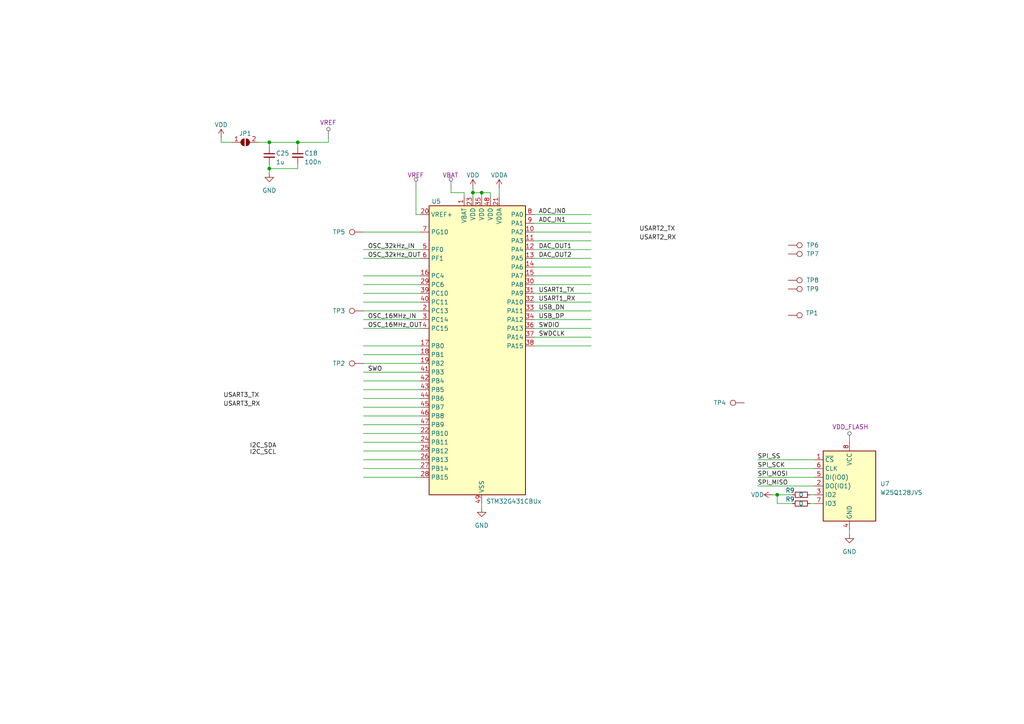
<source format=kicad_sch>
(kicad_sch (version 20230121) (generator eeschema)

  (uuid fcf6eb5f-65f3-489e-a1ae-6abce679b534)

  (paper "A4")

  (lib_symbols
    (symbol "Connector:TestPoint" (pin_numbers hide) (pin_names (offset 0.762) hide) (in_bom yes) (on_board yes)
      (property "Reference" "TP" (at 0 6.858 0)
        (effects (font (size 1.27 1.27)))
      )
      (property "Value" "TestPoint" (at 0 5.08 0)
        (effects (font (size 1.27 1.27)))
      )
      (property "Footprint" "" (at 5.08 0 0)
        (effects (font (size 1.27 1.27)) hide)
      )
      (property "Datasheet" "~" (at 5.08 0 0)
        (effects (font (size 1.27 1.27)) hide)
      )
      (property "ki_keywords" "test point tp" (at 0 0 0)
        (effects (font (size 1.27 1.27)) hide)
      )
      (property "ki_description" "test point" (at 0 0 0)
        (effects (font (size 1.27 1.27)) hide)
      )
      (property "ki_fp_filters" "Pin* Test*" (at 0 0 0)
        (effects (font (size 1.27 1.27)) hide)
      )
      (symbol "TestPoint_0_1"
        (circle (center 0 3.302) (radius 0.762)
          (stroke (width 0) (type default))
          (fill (type none))
        )
      )
      (symbol "TestPoint_1_1"
        (pin passive line (at 0 0 90) (length 2.54)
          (name "1" (effects (font (size 1.27 1.27))))
          (number "1" (effects (font (size 1.27 1.27))))
        )
      )
    )
    (symbol "Device:C_Small" (pin_numbers hide) (pin_names (offset 0.254) hide) (in_bom yes) (on_board yes)
      (property "Reference" "C" (at 0.254 1.778 0)
        (effects (font (size 1.27 1.27)) (justify left))
      )
      (property "Value" "C_Small" (at 0.254 -2.032 0)
        (effects (font (size 1.27 1.27)) (justify left))
      )
      (property "Footprint" "" (at 0 0 0)
        (effects (font (size 1.27 1.27)) hide)
      )
      (property "Datasheet" "~" (at 0 0 0)
        (effects (font (size 1.27 1.27)) hide)
      )
      (property "ki_keywords" "capacitor cap" (at 0 0 0)
        (effects (font (size 1.27 1.27)) hide)
      )
      (property "ki_description" "Unpolarized capacitor, small symbol" (at 0 0 0)
        (effects (font (size 1.27 1.27)) hide)
      )
      (property "ki_fp_filters" "C_*" (at 0 0 0)
        (effects (font (size 1.27 1.27)) hide)
      )
      (symbol "C_Small_0_1"
        (polyline
          (pts
            (xy -1.524 -0.508)
            (xy 1.524 -0.508)
          )
          (stroke (width 0.3302) (type default))
          (fill (type none))
        )
        (polyline
          (pts
            (xy -1.524 0.508)
            (xy 1.524 0.508)
          )
          (stroke (width 0.3048) (type default))
          (fill (type none))
        )
      )
      (symbol "C_Small_1_1"
        (pin passive line (at 0 2.54 270) (length 2.032)
          (name "~" (effects (font (size 1.27 1.27))))
          (number "1" (effects (font (size 1.27 1.27))))
        )
        (pin passive line (at 0 -2.54 90) (length 2.032)
          (name "~" (effects (font (size 1.27 1.27))))
          (number "2" (effects (font (size 1.27 1.27))))
        )
      )
    )
    (symbol "Device:R_Small" (pin_numbers hide) (pin_names (offset 0.254) hide) (in_bom yes) (on_board yes)
      (property "Reference" "R" (at 0.762 0.508 0)
        (effects (font (size 1.27 1.27)) (justify left))
      )
      (property "Value" "R_Small" (at 0.762 -1.016 0)
        (effects (font (size 1.27 1.27)) (justify left))
      )
      (property "Footprint" "" (at 0 0 0)
        (effects (font (size 1.27 1.27)) hide)
      )
      (property "Datasheet" "~" (at 0 0 0)
        (effects (font (size 1.27 1.27)) hide)
      )
      (property "ki_keywords" "R resistor" (at 0 0 0)
        (effects (font (size 1.27 1.27)) hide)
      )
      (property "ki_description" "Resistor, small symbol" (at 0 0 0)
        (effects (font (size 1.27 1.27)) hide)
      )
      (property "ki_fp_filters" "R_*" (at 0 0 0)
        (effects (font (size 1.27 1.27)) hide)
      )
      (symbol "R_Small_0_1"
        (rectangle (start -0.762 1.778) (end 0.762 -1.778)
          (stroke (width 0.2032) (type default))
          (fill (type none))
        )
      )
      (symbol "R_Small_1_1"
        (pin passive line (at 0 2.54 270) (length 0.762)
          (name "~" (effects (font (size 1.27 1.27))))
          (number "1" (effects (font (size 1.27 1.27))))
        )
        (pin passive line (at 0 -2.54 90) (length 0.762)
          (name "~" (effects (font (size 1.27 1.27))))
          (number "2" (effects (font (size 1.27 1.27))))
        )
      )
    )
    (symbol "Jumper:SolderJumper_2_Open" (pin_names (offset 0) hide) (in_bom yes) (on_board yes)
      (property "Reference" "JP" (at 0 2.032 0)
        (effects (font (size 1.27 1.27)))
      )
      (property "Value" "SolderJumper_2_Open" (at 0 -2.54 0)
        (effects (font (size 1.27 1.27)))
      )
      (property "Footprint" "" (at 0 0 0)
        (effects (font (size 1.27 1.27)) hide)
      )
      (property "Datasheet" "~" (at 0 0 0)
        (effects (font (size 1.27 1.27)) hide)
      )
      (property "ki_keywords" "solder jumper SPST" (at 0 0 0)
        (effects (font (size 1.27 1.27)) hide)
      )
      (property "ki_description" "Solder Jumper, 2-pole, open" (at 0 0 0)
        (effects (font (size 1.27 1.27)) hide)
      )
      (property "ki_fp_filters" "SolderJumper*Open*" (at 0 0 0)
        (effects (font (size 1.27 1.27)) hide)
      )
      (symbol "SolderJumper_2_Open_0_1"
        (arc (start -0.254 1.016) (mid -1.2656 0) (end -0.254 -1.016)
          (stroke (width 0) (type default))
          (fill (type none))
        )
        (arc (start -0.254 1.016) (mid -1.2656 0) (end -0.254 -1.016)
          (stroke (width 0) (type default))
          (fill (type outline))
        )
        (polyline
          (pts
            (xy -0.254 1.016)
            (xy -0.254 -1.016)
          )
          (stroke (width 0) (type default))
          (fill (type none))
        )
        (polyline
          (pts
            (xy 0.254 1.016)
            (xy 0.254 -1.016)
          )
          (stroke (width 0) (type default))
          (fill (type none))
        )
        (arc (start 0.254 -1.016) (mid 1.2656 0) (end 0.254 1.016)
          (stroke (width 0) (type default))
          (fill (type none))
        )
        (arc (start 0.254 -1.016) (mid 1.2656 0) (end 0.254 1.016)
          (stroke (width 0) (type default))
          (fill (type outline))
        )
      )
      (symbol "SolderJumper_2_Open_1_1"
        (pin passive line (at -3.81 0 0) (length 2.54)
          (name "A" (effects (font (size 1.27 1.27))))
          (number "1" (effects (font (size 1.27 1.27))))
        )
        (pin passive line (at 3.81 0 180) (length 2.54)
          (name "B" (effects (font (size 1.27 1.27))))
          (number "2" (effects (font (size 1.27 1.27))))
        )
      )
    )
    (symbol "MCU_ST_STM32G4:STM32G431CBUx" (in_bom yes) (on_board yes)
      (property "Reference" "U" (at -12.7 44.45 0)
        (effects (font (size 1.27 1.27)) (justify left))
      )
      (property "Value" "STM32G431CBUx" (at 10.16 44.45 0)
        (effects (font (size 1.27 1.27)) (justify left))
      )
      (property "Footprint" "Package_DFN_QFN:QFN-48-1EP_7x7mm_P0.5mm_EP5.6x5.6mm" (at -12.7 -40.64 0)
        (effects (font (size 1.27 1.27)) (justify right) hide)
      )
      (property "Datasheet" "https://www.st.com/resource/en/datasheet/stm32g431cb.pdf" (at 0 0 0)
        (effects (font (size 1.27 1.27)) hide)
      )
      (property "ki_locked" "" (at 0 0 0)
        (effects (font (size 1.27 1.27)))
      )
      (property "ki_keywords" "Arm Cortex-M4 STM32G4 STM32G4x1" (at 0 0 0)
        (effects (font (size 1.27 1.27)) hide)
      )
      (property "ki_description" "STMicroelectronics Arm Cortex-M4 MCU, 128KB flash, 32KB RAM, 170 MHz, 1.71-3.6V, 42 GPIO, UFQFPN48" (at 0 0 0)
        (effects (font (size 1.27 1.27)) hide)
      )
      (property "ki_fp_filters" "QFN*1EP*7x7mm*P0.5mm*" (at 0 0 0)
        (effects (font (size 1.27 1.27)) hide)
      )
      (symbol "STM32G431CBUx_0_1"
        (rectangle (start -12.7 -40.64) (end 15.24 43.18)
          (stroke (width 0.254) (type default))
          (fill (type background))
        )
      )
      (symbol "STM32G431CBUx_1_1"
        (pin power_in line (at -2.54 45.72 270) (length 2.54)
          (name "VBAT" (effects (font (size 1.27 1.27))))
          (number "1" (effects (font (size 1.27 1.27))))
        )
        (pin bidirectional line (at 17.78 35.56 180) (length 2.54)
          (name "PA2" (effects (font (size 1.27 1.27))))
          (number "10" (effects (font (size 1.27 1.27))))
          (alternate "ADC1_IN3" bidirectional line)
          (alternate "COMP2_INM" bidirectional line)
          (alternate "COMP2_OUT" bidirectional line)
          (alternate "LPUART1_TX" bidirectional line)
          (alternate "OPAMP1_VOUT" bidirectional line)
          (alternate "RCC_LSCO" bidirectional line)
          (alternate "SYS_WKUP4" bidirectional line)
          (alternate "TIM15_CH1" bidirectional line)
          (alternate "TIM2_CH3" bidirectional line)
          (alternate "UCPD1_FRSTX1" bidirectional line)
          (alternate "UCPD1_FRSTX2" bidirectional line)
          (alternate "USART2_TX" bidirectional line)
        )
        (pin bidirectional line (at 17.78 33.02 180) (length 2.54)
          (name "PA3" (effects (font (size 1.27 1.27))))
          (number "11" (effects (font (size 1.27 1.27))))
          (alternate "ADC1_IN4" bidirectional line)
          (alternate "COMP2_INP" bidirectional line)
          (alternate "LPUART1_RX" bidirectional line)
          (alternate "OPAMP1_VINM" bidirectional line)
          (alternate "OPAMP1_VINM0" bidirectional line)
          (alternate "OPAMP1_VINM_SEC" bidirectional line)
          (alternate "OPAMP1_VINP" bidirectional line)
          (alternate "OPAMP1_VINP_SEC" bidirectional line)
          (alternate "SAI1_CK1" bidirectional line)
          (alternate "SAI1_MCLK_A" bidirectional line)
          (alternate "TIM15_CH2" bidirectional line)
          (alternate "TIM2_CH4" bidirectional line)
          (alternate "USART2_RX" bidirectional line)
        )
        (pin bidirectional line (at 17.78 30.48 180) (length 2.54)
          (name "PA4" (effects (font (size 1.27 1.27))))
          (number "12" (effects (font (size 1.27 1.27))))
          (alternate "ADC2_IN17" bidirectional line)
          (alternate "COMP1_INM" bidirectional line)
          (alternate "DAC1_OUT1" bidirectional line)
          (alternate "I2S3_WS" bidirectional line)
          (alternate "SAI1_FS_B" bidirectional line)
          (alternate "SPI1_NSS" bidirectional line)
          (alternate "SPI3_NSS" bidirectional line)
          (alternate "TIM3_CH2" bidirectional line)
          (alternate "USART2_CK" bidirectional line)
        )
        (pin bidirectional line (at 17.78 27.94 180) (length 2.54)
          (name "PA5" (effects (font (size 1.27 1.27))))
          (number "13" (effects (font (size 1.27 1.27))))
          (alternate "ADC2_IN13" bidirectional line)
          (alternate "COMP2_INM" bidirectional line)
          (alternate "DAC1_OUT2" bidirectional line)
          (alternate "OPAMP2_VINM" bidirectional line)
          (alternate "OPAMP2_VINM0" bidirectional line)
          (alternate "OPAMP2_VINM_SEC" bidirectional line)
          (alternate "SPI1_SCK" bidirectional line)
          (alternate "TIM2_CH1" bidirectional line)
          (alternate "TIM2_ETR" bidirectional line)
          (alternate "UCPD1_FRSTX1" bidirectional line)
          (alternate "UCPD1_FRSTX2" bidirectional line)
        )
        (pin bidirectional line (at 17.78 25.4 180) (length 2.54)
          (name "PA6" (effects (font (size 1.27 1.27))))
          (number "14" (effects (font (size 1.27 1.27))))
          (alternate "ADC2_IN3" bidirectional line)
          (alternate "COMP1_OUT" bidirectional line)
          (alternate "LPUART1_CTS" bidirectional line)
          (alternate "OPAMP2_VOUT" bidirectional line)
          (alternate "SPI1_MISO" bidirectional line)
          (alternate "TIM16_CH1" bidirectional line)
          (alternate "TIM1_BKIN" bidirectional line)
          (alternate "TIM3_CH1" bidirectional line)
          (alternate "TIM8_BKIN" bidirectional line)
        )
        (pin bidirectional line (at 17.78 22.86 180) (length 2.54)
          (name "PA7" (effects (font (size 1.27 1.27))))
          (number "15" (effects (font (size 1.27 1.27))))
          (alternate "ADC2_IN4" bidirectional line)
          (alternate "COMP2_INP" bidirectional line)
          (alternate "COMP2_OUT" bidirectional line)
          (alternate "OPAMP1_VINP" bidirectional line)
          (alternate "OPAMP1_VINP_SEC" bidirectional line)
          (alternate "OPAMP2_VINP" bidirectional line)
          (alternate "OPAMP2_VINP_SEC" bidirectional line)
          (alternate "SPI1_MOSI" bidirectional line)
          (alternate "TIM17_CH1" bidirectional line)
          (alternate "TIM1_CH1N" bidirectional line)
          (alternate "TIM3_CH2" bidirectional line)
          (alternate "TIM8_CH1N" bidirectional line)
          (alternate "UCPD1_FRSTX1" bidirectional line)
          (alternate "UCPD1_FRSTX2" bidirectional line)
        )
        (pin bidirectional line (at -15.24 22.86 0) (length 2.54)
          (name "PC4" (effects (font (size 1.27 1.27))))
          (number "16" (effects (font (size 1.27 1.27))))
          (alternate "ADC2_IN5" bidirectional line)
          (alternate "I2C2_SCL" bidirectional line)
          (alternate "TIM1_ETR" bidirectional line)
          (alternate "USART1_TX" bidirectional line)
        )
        (pin bidirectional line (at -15.24 2.54 0) (length 2.54)
          (name "PB0" (effects (font (size 1.27 1.27))))
          (number "17" (effects (font (size 1.27 1.27))))
          (alternate "ADC1_IN15" bidirectional line)
          (alternate "COMP4_INP" bidirectional line)
          (alternate "OPAMP2_VINP" bidirectional line)
          (alternate "OPAMP2_VINP_SEC" bidirectional line)
          (alternate "OPAMP3_VINP" bidirectional line)
          (alternate "OPAMP3_VINP_SEC" bidirectional line)
          (alternate "TIM1_CH2N" bidirectional line)
          (alternate "TIM3_CH3" bidirectional line)
          (alternate "TIM8_CH2N" bidirectional line)
          (alternate "UCPD1_FRSTX1" bidirectional line)
          (alternate "UCPD1_FRSTX2" bidirectional line)
        )
        (pin bidirectional line (at -15.24 0 0) (length 2.54)
          (name "PB1" (effects (font (size 1.27 1.27))))
          (number "18" (effects (font (size 1.27 1.27))))
          (alternate "ADC1_IN12" bidirectional line)
          (alternate "COMP1_INP" bidirectional line)
          (alternate "COMP4_OUT" bidirectional line)
          (alternate "LPUART1_DE" bidirectional line)
          (alternate "LPUART1_RTS" bidirectional line)
          (alternate "OPAMP3_VOUT" bidirectional line)
          (alternate "TIM1_CH3N" bidirectional line)
          (alternate "TIM3_CH4" bidirectional line)
          (alternate "TIM8_CH3N" bidirectional line)
        )
        (pin bidirectional line (at -15.24 -2.54 0) (length 2.54)
          (name "PB2" (effects (font (size 1.27 1.27))))
          (number "19" (effects (font (size 1.27 1.27))))
          (alternate "ADC2_IN12" bidirectional line)
          (alternate "COMP4_INM" bidirectional line)
          (alternate "I2C3_SMBA" bidirectional line)
          (alternate "LPTIM1_OUT" bidirectional line)
          (alternate "OPAMP3_VINM" bidirectional line)
          (alternate "OPAMP3_VINM0" bidirectional line)
          (alternate "OPAMP3_VINM_SEC" bidirectional line)
          (alternate "RTC_OUT2" bidirectional line)
        )
        (pin bidirectional line (at -15.24 12.7 0) (length 2.54)
          (name "PC13" (effects (font (size 1.27 1.27))))
          (number "2" (effects (font (size 1.27 1.27))))
          (alternate "RTC_OUT1" bidirectional line)
          (alternate "RTC_TAMP1" bidirectional line)
          (alternate "RTC_TS" bidirectional line)
          (alternate "SYS_WKUP2" bidirectional line)
          (alternate "TIM1_BKIN" bidirectional line)
          (alternate "TIM1_CH1N" bidirectional line)
          (alternate "TIM8_CH4N" bidirectional line)
        )
        (pin input line (at -15.24 40.64 0) (length 2.54)
          (name "VREF+" (effects (font (size 1.27 1.27))))
          (number "20" (effects (font (size 1.27 1.27))))
          (alternate "VREFBUF_OUT" bidirectional line)
        )
        (pin power_in line (at 7.62 45.72 270) (length 2.54)
          (name "VDDA" (effects (font (size 1.27 1.27))))
          (number "21" (effects (font (size 1.27 1.27))))
        )
        (pin bidirectional line (at -15.24 -22.86 0) (length 2.54)
          (name "PB10" (effects (font (size 1.27 1.27))))
          (number "22" (effects (font (size 1.27 1.27))))
          (alternate "DAC1_EXTI10" bidirectional line)
          (alternate "DAC3_EXTI10" bidirectional line)
          (alternate "LPUART1_RX" bidirectional line)
          (alternate "OPAMP3_VINM" bidirectional line)
          (alternate "OPAMP3_VINM1" bidirectional line)
          (alternate "OPAMP3_VINM_SEC" bidirectional line)
          (alternate "SAI1_SCK_A" bidirectional line)
          (alternate "TIM1_BKIN" bidirectional line)
          (alternate "TIM2_CH3" bidirectional line)
          (alternate "USART3_TX" bidirectional line)
        )
        (pin power_in line (at 0 45.72 270) (length 2.54)
          (name "VDD" (effects (font (size 1.27 1.27))))
          (number "23" (effects (font (size 1.27 1.27))))
        )
        (pin bidirectional line (at -15.24 -25.4 0) (length 2.54)
          (name "PB11" (effects (font (size 1.27 1.27))))
          (number "24" (effects (font (size 1.27 1.27))))
          (alternate "ADC1_EXTI11" bidirectional line)
          (alternate "ADC1_IN14" bidirectional line)
          (alternate "ADC2_EXTI11" bidirectional line)
          (alternate "ADC2_IN14" bidirectional line)
          (alternate "LPUART1_TX" bidirectional line)
          (alternate "TIM2_CH4" bidirectional line)
          (alternate "USART3_RX" bidirectional line)
        )
        (pin bidirectional line (at -15.24 -27.94 0) (length 2.54)
          (name "PB12" (effects (font (size 1.27 1.27))))
          (number "25" (effects (font (size 1.27 1.27))))
          (alternate "ADC1_IN11" bidirectional line)
          (alternate "I2C2_SMBA" bidirectional line)
          (alternate "I2S2_WS" bidirectional line)
          (alternate "LPUART1_DE" bidirectional line)
          (alternate "LPUART1_RTS" bidirectional line)
          (alternate "SPI2_NSS" bidirectional line)
          (alternate "TIM1_BKIN" bidirectional line)
          (alternate "USART3_CK" bidirectional line)
        )
        (pin bidirectional line (at -15.24 -30.48 0) (length 2.54)
          (name "PB13" (effects (font (size 1.27 1.27))))
          (number "26" (effects (font (size 1.27 1.27))))
          (alternate "I2S2_CK" bidirectional line)
          (alternate "LPUART1_CTS" bidirectional line)
          (alternate "OPAMP3_VINP" bidirectional line)
          (alternate "OPAMP3_VINP_SEC" bidirectional line)
          (alternate "SPI2_SCK" bidirectional line)
          (alternate "TIM1_CH1N" bidirectional line)
          (alternate "USART3_CTS" bidirectional line)
          (alternate "USART3_NSS" bidirectional line)
        )
        (pin bidirectional line (at -15.24 -33.02 0) (length 2.54)
          (name "PB14" (effects (font (size 1.27 1.27))))
          (number "27" (effects (font (size 1.27 1.27))))
          (alternate "ADC1_IN5" bidirectional line)
          (alternate "COMP4_OUT" bidirectional line)
          (alternate "OPAMP2_VINP" bidirectional line)
          (alternate "OPAMP2_VINP_SEC" bidirectional line)
          (alternate "SPI2_MISO" bidirectional line)
          (alternate "TIM15_CH1" bidirectional line)
          (alternate "TIM1_CH2N" bidirectional line)
          (alternate "USART3_DE" bidirectional line)
          (alternate "USART3_RTS" bidirectional line)
        )
        (pin bidirectional line (at -15.24 -35.56 0) (length 2.54)
          (name "PB15" (effects (font (size 1.27 1.27))))
          (number "28" (effects (font (size 1.27 1.27))))
          (alternate "ADC1_EXTI15" bidirectional line)
          (alternate "ADC2_EXTI15" bidirectional line)
          (alternate "ADC2_IN15" bidirectional line)
          (alternate "COMP3_OUT" bidirectional line)
          (alternate "I2S2_SD" bidirectional line)
          (alternate "RTC_REFIN" bidirectional line)
          (alternate "SPI2_MOSI" bidirectional line)
          (alternate "TIM15_CH1N" bidirectional line)
          (alternate "TIM15_CH2" bidirectional line)
          (alternate "TIM1_CH3N" bidirectional line)
        )
        (pin bidirectional line (at -15.24 20.32 0) (length 2.54)
          (name "PC6" (effects (font (size 1.27 1.27))))
          (number "29" (effects (font (size 1.27 1.27))))
          (alternate "I2S2_MCK" bidirectional line)
          (alternate "TIM3_CH1" bidirectional line)
          (alternate "TIM8_CH1" bidirectional line)
        )
        (pin bidirectional line (at -15.24 10.16 0) (length 2.54)
          (name "PC14" (effects (font (size 1.27 1.27))))
          (number "3" (effects (font (size 1.27 1.27))))
          (alternate "RCC_OSC32_IN" bidirectional line)
        )
        (pin bidirectional line (at 17.78 20.32 180) (length 2.54)
          (name "PA8" (effects (font (size 1.27 1.27))))
          (number "30" (effects (font (size 1.27 1.27))))
          (alternate "I2C2_SDA" bidirectional line)
          (alternate "I2C3_SCL" bidirectional line)
          (alternate "I2S2_MCK" bidirectional line)
          (alternate "RCC_MCO" bidirectional line)
          (alternate "SAI1_CK2" bidirectional line)
          (alternate "SAI1_SCK_A" bidirectional line)
          (alternate "TIM1_CH1" bidirectional line)
          (alternate "TIM4_ETR" bidirectional line)
          (alternate "USART1_CK" bidirectional line)
        )
        (pin bidirectional line (at 17.78 17.78 180) (length 2.54)
          (name "PA9" (effects (font (size 1.27 1.27))))
          (number "31" (effects (font (size 1.27 1.27))))
          (alternate "DAC1_EXTI9" bidirectional line)
          (alternate "DAC3_EXTI9" bidirectional line)
          (alternate "I2C2_SCL" bidirectional line)
          (alternate "I2C3_SMBA" bidirectional line)
          (alternate "I2S3_MCK" bidirectional line)
          (alternate "SAI1_FS_A" bidirectional line)
          (alternate "TIM15_BKIN" bidirectional line)
          (alternate "TIM1_CH2" bidirectional line)
          (alternate "TIM2_CH3" bidirectional line)
          (alternate "UCPD1_DBCC1" bidirectional line)
          (alternate "USART1_TX" bidirectional line)
        )
        (pin bidirectional line (at 17.78 15.24 180) (length 2.54)
          (name "PA10" (effects (font (size 1.27 1.27))))
          (number "32" (effects (font (size 1.27 1.27))))
          (alternate "CRS_SYNC" bidirectional line)
          (alternate "DAC1_EXTI10" bidirectional line)
          (alternate "DAC3_EXTI10" bidirectional line)
          (alternate "I2C2_SMBA" bidirectional line)
          (alternate "SAI1_D1" bidirectional line)
          (alternate "SAI1_SD_A" bidirectional line)
          (alternate "SPI2_MISO" bidirectional line)
          (alternate "TIM17_BKIN" bidirectional line)
          (alternate "TIM1_CH3" bidirectional line)
          (alternate "TIM2_CH4" bidirectional line)
          (alternate "TIM8_BKIN" bidirectional line)
          (alternate "UCPD1_DBCC2" bidirectional line)
          (alternate "USART1_RX" bidirectional line)
        )
        (pin bidirectional line (at 17.78 12.7 180) (length 2.54)
          (name "PA11" (effects (font (size 1.27 1.27))))
          (number "33" (effects (font (size 1.27 1.27))))
          (alternate "ADC1_EXTI11" bidirectional line)
          (alternate "ADC2_EXTI11" bidirectional line)
          (alternate "COMP1_OUT" bidirectional line)
          (alternate "FDCAN1_RX" bidirectional line)
          (alternate "I2S2_SD" bidirectional line)
          (alternate "SPI2_MOSI" bidirectional line)
          (alternate "TIM1_BKIN2" bidirectional line)
          (alternate "TIM1_CH1N" bidirectional line)
          (alternate "TIM1_CH4" bidirectional line)
          (alternate "TIM4_CH1" bidirectional line)
          (alternate "USART1_CTS" bidirectional line)
          (alternate "USART1_NSS" bidirectional line)
          (alternate "USB_DM" bidirectional line)
        )
        (pin bidirectional line (at 17.78 10.16 180) (length 2.54)
          (name "PA12" (effects (font (size 1.27 1.27))))
          (number "34" (effects (font (size 1.27 1.27))))
          (alternate "COMP2_OUT" bidirectional line)
          (alternate "FDCAN1_TX" bidirectional line)
          (alternate "I2S_CKIN" bidirectional line)
          (alternate "TIM16_CH1" bidirectional line)
          (alternate "TIM1_CH2N" bidirectional line)
          (alternate "TIM1_ETR" bidirectional line)
          (alternate "TIM4_CH2" bidirectional line)
          (alternate "USART1_DE" bidirectional line)
          (alternate "USART1_RTS" bidirectional line)
          (alternate "USB_DP" bidirectional line)
        )
        (pin power_in line (at 2.54 45.72 270) (length 2.54)
          (name "VDD" (effects (font (size 1.27 1.27))))
          (number "35" (effects (font (size 1.27 1.27))))
        )
        (pin bidirectional line (at 17.78 7.62 180) (length 2.54)
          (name "PA13" (effects (font (size 1.27 1.27))))
          (number "36" (effects (font (size 1.27 1.27))))
          (alternate "I2C1_SCL" bidirectional line)
          (alternate "IR_OUT" bidirectional line)
          (alternate "SAI1_SD_B" bidirectional line)
          (alternate "SYS_JTMS-SWDIO" bidirectional line)
          (alternate "TIM16_CH1N" bidirectional line)
          (alternate "TIM4_CH3" bidirectional line)
          (alternate "USART3_CTS" bidirectional line)
          (alternate "USART3_NSS" bidirectional line)
        )
        (pin bidirectional line (at 17.78 5.08 180) (length 2.54)
          (name "PA14" (effects (font (size 1.27 1.27))))
          (number "37" (effects (font (size 1.27 1.27))))
          (alternate "I2C1_SDA" bidirectional line)
          (alternate "LPTIM1_OUT" bidirectional line)
          (alternate "SAI1_FS_B" bidirectional line)
          (alternate "SYS_JTCK-SWCLK" bidirectional line)
          (alternate "TIM1_BKIN" bidirectional line)
          (alternate "TIM8_CH2" bidirectional line)
          (alternate "USART2_TX" bidirectional line)
        )
        (pin bidirectional line (at 17.78 2.54 180) (length 2.54)
          (name "PA15" (effects (font (size 1.27 1.27))))
          (number "38" (effects (font (size 1.27 1.27))))
          (alternate "ADC1_EXTI15" bidirectional line)
          (alternate "ADC2_EXTI15" bidirectional line)
          (alternate "I2C1_SCL" bidirectional line)
          (alternate "I2S3_WS" bidirectional line)
          (alternate "SPI1_NSS" bidirectional line)
          (alternate "SPI3_NSS" bidirectional line)
          (alternate "SYS_JTDI" bidirectional line)
          (alternate "TIM1_BKIN" bidirectional line)
          (alternate "TIM2_CH1" bidirectional line)
          (alternate "TIM2_ETR" bidirectional line)
          (alternate "TIM8_CH1" bidirectional line)
          (alternate "USART2_RX" bidirectional line)
        )
        (pin bidirectional line (at -15.24 17.78 0) (length 2.54)
          (name "PC10" (effects (font (size 1.27 1.27))))
          (number "39" (effects (font (size 1.27 1.27))))
          (alternate "DAC1_EXTI10" bidirectional line)
          (alternate "DAC3_EXTI10" bidirectional line)
          (alternate "I2S3_CK" bidirectional line)
          (alternate "SPI3_SCK" bidirectional line)
          (alternate "TIM8_CH1N" bidirectional line)
          (alternate "USART3_TX" bidirectional line)
        )
        (pin bidirectional line (at -15.24 7.62 0) (length 2.54)
          (name "PC15" (effects (font (size 1.27 1.27))))
          (number "4" (effects (font (size 1.27 1.27))))
          (alternate "ADC1_EXTI15" bidirectional line)
          (alternate "ADC2_EXTI15" bidirectional line)
          (alternate "RCC_OSC32_OUT" bidirectional line)
        )
        (pin bidirectional line (at -15.24 15.24 0) (length 2.54)
          (name "PC11" (effects (font (size 1.27 1.27))))
          (number "40" (effects (font (size 1.27 1.27))))
          (alternate "ADC1_EXTI11" bidirectional line)
          (alternate "ADC2_EXTI11" bidirectional line)
          (alternate "I2C3_SDA" bidirectional line)
          (alternate "SPI3_MISO" bidirectional line)
          (alternate "TIM8_CH2N" bidirectional line)
          (alternate "USART3_RX" bidirectional line)
        )
        (pin bidirectional line (at -15.24 -5.08 0) (length 2.54)
          (name "PB3" (effects (font (size 1.27 1.27))))
          (number "41" (effects (font (size 1.27 1.27))))
          (alternate "CRS_SYNC" bidirectional line)
          (alternate "I2S3_CK" bidirectional line)
          (alternate "SAI1_SCK_B" bidirectional line)
          (alternate "SPI1_SCK" bidirectional line)
          (alternate "SPI3_SCK" bidirectional line)
          (alternate "SYS_JTDO-SWO" bidirectional line)
          (alternate "TIM2_CH2" bidirectional line)
          (alternate "TIM3_ETR" bidirectional line)
          (alternate "TIM4_ETR" bidirectional line)
          (alternate "TIM8_CH1N" bidirectional line)
          (alternate "USART2_TX" bidirectional line)
        )
        (pin bidirectional line (at -15.24 -7.62 0) (length 2.54)
          (name "PB4" (effects (font (size 1.27 1.27))))
          (number "42" (effects (font (size 1.27 1.27))))
          (alternate "SAI1_MCLK_B" bidirectional line)
          (alternate "SPI1_MISO" bidirectional line)
          (alternate "SPI3_MISO" bidirectional line)
          (alternate "SYS_JTRST" bidirectional line)
          (alternate "TIM16_CH1" bidirectional line)
          (alternate "TIM17_BKIN" bidirectional line)
          (alternate "TIM3_CH1" bidirectional line)
          (alternate "TIM8_CH2N" bidirectional line)
          (alternate "UCPD1_CC2" bidirectional line)
          (alternate "USART2_RX" bidirectional line)
        )
        (pin bidirectional line (at -15.24 -10.16 0) (length 2.54)
          (name "PB5" (effects (font (size 1.27 1.27))))
          (number "43" (effects (font (size 1.27 1.27))))
          (alternate "I2C1_SMBA" bidirectional line)
          (alternate "I2C3_SDA" bidirectional line)
          (alternate "I2S3_SD" bidirectional line)
          (alternate "LPTIM1_IN1" bidirectional line)
          (alternate "SAI1_SD_B" bidirectional line)
          (alternate "SPI1_MOSI" bidirectional line)
          (alternate "SPI3_MOSI" bidirectional line)
          (alternate "TIM16_BKIN" bidirectional line)
          (alternate "TIM17_CH1" bidirectional line)
          (alternate "TIM3_CH2" bidirectional line)
          (alternate "TIM8_CH3N" bidirectional line)
          (alternate "USART2_CK" bidirectional line)
        )
        (pin bidirectional line (at -15.24 -12.7 0) (length 2.54)
          (name "PB6" (effects (font (size 1.27 1.27))))
          (number "44" (effects (font (size 1.27 1.27))))
          (alternate "COMP4_OUT" bidirectional line)
          (alternate "LPTIM1_ETR" bidirectional line)
          (alternate "SAI1_FS_B" bidirectional line)
          (alternate "TIM16_CH1N" bidirectional line)
          (alternate "TIM4_CH1" bidirectional line)
          (alternate "TIM8_BKIN2" bidirectional line)
          (alternate "TIM8_CH1" bidirectional line)
          (alternate "TIM8_ETR" bidirectional line)
          (alternate "UCPD1_CC1" bidirectional line)
          (alternate "USART1_TX" bidirectional line)
        )
        (pin bidirectional line (at -15.24 -15.24 0) (length 2.54)
          (name "PB7" (effects (font (size 1.27 1.27))))
          (number "45" (effects (font (size 1.27 1.27))))
          (alternate "COMP3_OUT" bidirectional line)
          (alternate "I2C1_SDA" bidirectional line)
          (alternate "LPTIM1_IN2" bidirectional line)
          (alternate "SYS_PVD_IN" bidirectional line)
          (alternate "TIM17_CH1N" bidirectional line)
          (alternate "TIM3_CH4" bidirectional line)
          (alternate "TIM4_CH2" bidirectional line)
          (alternate "TIM8_BKIN" bidirectional line)
          (alternate "USART1_RX" bidirectional line)
        )
        (pin bidirectional line (at -15.24 -17.78 0) (length 2.54)
          (name "PB8" (effects (font (size 1.27 1.27))))
          (number "46" (effects (font (size 1.27 1.27))))
          (alternate "COMP1_OUT" bidirectional line)
          (alternate "FDCAN1_RX" bidirectional line)
          (alternate "I2C1_SCL" bidirectional line)
          (alternate "SAI1_CK1" bidirectional line)
          (alternate "SAI1_MCLK_A" bidirectional line)
          (alternate "TIM16_CH1" bidirectional line)
          (alternate "TIM1_BKIN" bidirectional line)
          (alternate "TIM4_CH3" bidirectional line)
          (alternate "TIM8_CH2" bidirectional line)
          (alternate "USART3_RX" bidirectional line)
        )
        (pin bidirectional line (at -15.24 -20.32 0) (length 2.54)
          (name "PB9" (effects (font (size 1.27 1.27))))
          (number "47" (effects (font (size 1.27 1.27))))
          (alternate "COMP2_OUT" bidirectional line)
          (alternate "DAC1_EXTI9" bidirectional line)
          (alternate "DAC3_EXTI9" bidirectional line)
          (alternate "FDCAN1_TX" bidirectional line)
          (alternate "I2C1_SDA" bidirectional line)
          (alternate "IR_OUT" bidirectional line)
          (alternate "SAI1_D2" bidirectional line)
          (alternate "SAI1_FS_A" bidirectional line)
          (alternate "TIM17_CH1" bidirectional line)
          (alternate "TIM1_CH3N" bidirectional line)
          (alternate "TIM4_CH4" bidirectional line)
          (alternate "TIM8_CH3" bidirectional line)
          (alternate "USART3_TX" bidirectional line)
        )
        (pin power_in line (at 5.08 45.72 270) (length 2.54)
          (name "VDD" (effects (font (size 1.27 1.27))))
          (number "48" (effects (font (size 1.27 1.27))))
        )
        (pin power_in line (at 2.54 -43.18 90) (length 2.54)
          (name "VSS" (effects (font (size 1.27 1.27))))
          (number "49" (effects (font (size 1.27 1.27))))
        )
        (pin bidirectional line (at -15.24 30.48 0) (length 2.54)
          (name "PF0" (effects (font (size 1.27 1.27))))
          (number "5" (effects (font (size 1.27 1.27))))
          (alternate "ADC1_IN10" bidirectional line)
          (alternate "I2C2_SDA" bidirectional line)
          (alternate "I2S2_WS" bidirectional line)
          (alternate "RCC_OSC_IN" bidirectional line)
          (alternate "SPI2_NSS" bidirectional line)
          (alternate "TIM1_CH3N" bidirectional line)
        )
        (pin bidirectional line (at -15.24 27.94 0) (length 2.54)
          (name "PF1" (effects (font (size 1.27 1.27))))
          (number "6" (effects (font (size 1.27 1.27))))
          (alternate "ADC2_IN10" bidirectional line)
          (alternate "COMP3_INM" bidirectional line)
          (alternate "I2S2_CK" bidirectional line)
          (alternate "RCC_OSC_OUT" bidirectional line)
          (alternate "SPI2_SCK" bidirectional line)
        )
        (pin bidirectional line (at -15.24 35.56 0) (length 2.54)
          (name "PG10" (effects (font (size 1.27 1.27))))
          (number "7" (effects (font (size 1.27 1.27))))
          (alternate "DAC1_EXTI10" bidirectional line)
          (alternate "DAC3_EXTI10" bidirectional line)
          (alternate "RCC_MCO" bidirectional line)
        )
        (pin bidirectional line (at 17.78 40.64 180) (length 2.54)
          (name "PA0" (effects (font (size 1.27 1.27))))
          (number "8" (effects (font (size 1.27 1.27))))
          (alternate "ADC1_IN1" bidirectional line)
          (alternate "ADC2_IN1" bidirectional line)
          (alternate "COMP1_INM" bidirectional line)
          (alternate "COMP1_OUT" bidirectional line)
          (alternate "COMP3_INP" bidirectional line)
          (alternate "RTC_TAMP2" bidirectional line)
          (alternate "SYS_WKUP1" bidirectional line)
          (alternate "TIM2_CH1" bidirectional line)
          (alternate "TIM2_ETR" bidirectional line)
          (alternate "TIM8_BKIN" bidirectional line)
          (alternate "TIM8_ETR" bidirectional line)
          (alternate "USART2_CTS" bidirectional line)
          (alternate "USART2_NSS" bidirectional line)
        )
        (pin bidirectional line (at 17.78 38.1 180) (length 2.54)
          (name "PA1" (effects (font (size 1.27 1.27))))
          (number "9" (effects (font (size 1.27 1.27))))
          (alternate "ADC1_IN2" bidirectional line)
          (alternate "ADC2_IN2" bidirectional line)
          (alternate "COMP1_INP" bidirectional line)
          (alternate "OPAMP1_VINP" bidirectional line)
          (alternate "OPAMP1_VINP_SEC" bidirectional line)
          (alternate "OPAMP3_VINP" bidirectional line)
          (alternate "OPAMP3_VINP_SEC" bidirectional line)
          (alternate "RTC_REFIN" bidirectional line)
          (alternate "TIM15_CH1N" bidirectional line)
          (alternate "TIM2_CH2" bidirectional line)
          (alternate "USART2_DE" bidirectional line)
          (alternate "USART2_RTS" bidirectional line)
        )
      )
    )
    (symbol "Memory_Flash:W25Q128JVS" (in_bom yes) (on_board yes)
      (property "Reference" "U" (at -8.89 8.89 0)
        (effects (font (size 1.27 1.27)))
      )
      (property "Value" "W25Q128JVS" (at 7.62 8.89 0)
        (effects (font (size 1.27 1.27)))
      )
      (property "Footprint" "Package_SO:SOIC-8_5.23x5.23mm_P1.27mm" (at 0 0 0)
        (effects (font (size 1.27 1.27)) hide)
      )
      (property "Datasheet" "http://www.winbond.com/resource-files/w25q128jv_dtr%20revc%2003272018%20plus.pdf" (at 0 0 0)
        (effects (font (size 1.27 1.27)) hide)
      )
      (property "ki_keywords" "flash memory SPI QPI DTR" (at 0 0 0)
        (effects (font (size 1.27 1.27)) hide)
      )
      (property "ki_description" "128Mb Serial Flash Memory, Standard/Dual/Quad SPI, SOIC-8" (at 0 0 0)
        (effects (font (size 1.27 1.27)) hide)
      )
      (property "ki_fp_filters" "SOIC*5.23x5.23mm*P1.27mm*" (at 0 0 0)
        (effects (font (size 1.27 1.27)) hide)
      )
      (symbol "W25Q128JVS_0_1"
        (rectangle (start -7.62 10.16) (end 7.62 -10.16)
          (stroke (width 0.254) (type default))
          (fill (type background))
        )
      )
      (symbol "W25Q128JVS_1_1"
        (pin input line (at -10.16 7.62 0) (length 2.54)
          (name "~{CS}" (effects (font (size 1.27 1.27))))
          (number "1" (effects (font (size 1.27 1.27))))
        )
        (pin bidirectional line (at -10.16 0 0) (length 2.54)
          (name "DO(IO1)" (effects (font (size 1.27 1.27))))
          (number "2" (effects (font (size 1.27 1.27))))
        )
        (pin bidirectional line (at -10.16 -2.54 0) (length 2.54)
          (name "IO2" (effects (font (size 1.27 1.27))))
          (number "3" (effects (font (size 1.27 1.27))))
        )
        (pin power_in line (at 0 -12.7 90) (length 2.54)
          (name "GND" (effects (font (size 1.27 1.27))))
          (number "4" (effects (font (size 1.27 1.27))))
        )
        (pin bidirectional line (at -10.16 2.54 0) (length 2.54)
          (name "DI(IO0)" (effects (font (size 1.27 1.27))))
          (number "5" (effects (font (size 1.27 1.27))))
        )
        (pin input line (at -10.16 5.08 0) (length 2.54)
          (name "CLK" (effects (font (size 1.27 1.27))))
          (number "6" (effects (font (size 1.27 1.27))))
        )
        (pin bidirectional line (at -10.16 -5.08 0) (length 2.54)
          (name "IO3" (effects (font (size 1.27 1.27))))
          (number "7" (effects (font (size 1.27 1.27))))
        )
        (pin power_in line (at 0 12.7 270) (length 2.54)
          (name "VCC" (effects (font (size 1.27 1.27))))
          (number "8" (effects (font (size 1.27 1.27))))
        )
      )
    )
    (symbol "power:GND" (power) (pin_names (offset 0)) (in_bom yes) (on_board yes)
      (property "Reference" "#PWR" (at 0 -6.35 0)
        (effects (font (size 1.27 1.27)) hide)
      )
      (property "Value" "GND" (at 0 -3.81 0)
        (effects (font (size 1.27 1.27)))
      )
      (property "Footprint" "" (at 0 0 0)
        (effects (font (size 1.27 1.27)) hide)
      )
      (property "Datasheet" "" (at 0 0 0)
        (effects (font (size 1.27 1.27)) hide)
      )
      (property "ki_keywords" "global power" (at 0 0 0)
        (effects (font (size 1.27 1.27)) hide)
      )
      (property "ki_description" "Power symbol creates a global label with name \"GND\" , ground" (at 0 0 0)
        (effects (font (size 1.27 1.27)) hide)
      )
      (symbol "GND_0_1"
        (polyline
          (pts
            (xy 0 0)
            (xy 0 -1.27)
            (xy 1.27 -1.27)
            (xy 0 -2.54)
            (xy -1.27 -1.27)
            (xy 0 -1.27)
          )
          (stroke (width 0) (type default))
          (fill (type none))
        )
      )
      (symbol "GND_1_1"
        (pin power_in line (at 0 0 270) (length 0) hide
          (name "GND" (effects (font (size 1.27 1.27))))
          (number "1" (effects (font (size 1.27 1.27))))
        )
      )
    )
    (symbol "power:VDD" (power) (pin_names (offset 0)) (in_bom yes) (on_board yes)
      (property "Reference" "#PWR" (at 0 -3.81 0)
        (effects (font (size 1.27 1.27)) hide)
      )
      (property "Value" "VDD" (at 0 3.81 0)
        (effects (font (size 1.27 1.27)))
      )
      (property "Footprint" "" (at 0 0 0)
        (effects (font (size 1.27 1.27)) hide)
      )
      (property "Datasheet" "" (at 0 0 0)
        (effects (font (size 1.27 1.27)) hide)
      )
      (property "ki_keywords" "global power" (at 0 0 0)
        (effects (font (size 1.27 1.27)) hide)
      )
      (property "ki_description" "Power symbol creates a global label with name \"VDD\"" (at 0 0 0)
        (effects (font (size 1.27 1.27)) hide)
      )
      (symbol "VDD_0_1"
        (polyline
          (pts
            (xy -0.762 1.27)
            (xy 0 2.54)
          )
          (stroke (width 0) (type default))
          (fill (type none))
        )
        (polyline
          (pts
            (xy 0 0)
            (xy 0 2.54)
          )
          (stroke (width 0) (type default))
          (fill (type none))
        )
        (polyline
          (pts
            (xy 0 2.54)
            (xy 0.762 1.27)
          )
          (stroke (width 0) (type default))
          (fill (type none))
        )
      )
      (symbol "VDD_1_1"
        (pin power_in line (at 0 0 90) (length 0) hide
          (name "VDD" (effects (font (size 1.27 1.27))))
          (number "1" (effects (font (size 1.27 1.27))))
        )
      )
    )
    (symbol "power:VDDA" (power) (pin_names (offset 0)) (in_bom yes) (on_board yes)
      (property "Reference" "#PWR" (at 0 -3.81 0)
        (effects (font (size 1.27 1.27)) hide)
      )
      (property "Value" "VDDA" (at 0 3.81 0)
        (effects (font (size 1.27 1.27)))
      )
      (property "Footprint" "" (at 0 0 0)
        (effects (font (size 1.27 1.27)) hide)
      )
      (property "Datasheet" "" (at 0 0 0)
        (effects (font (size 1.27 1.27)) hide)
      )
      (property "ki_keywords" "global power" (at 0 0 0)
        (effects (font (size 1.27 1.27)) hide)
      )
      (property "ki_description" "Power symbol creates a global label with name \"VDDA\"" (at 0 0 0)
        (effects (font (size 1.27 1.27)) hide)
      )
      (symbol "VDDA_0_1"
        (polyline
          (pts
            (xy -0.762 1.27)
            (xy 0 2.54)
          )
          (stroke (width 0) (type default))
          (fill (type none))
        )
        (polyline
          (pts
            (xy 0 0)
            (xy 0 2.54)
          )
          (stroke (width 0) (type default))
          (fill (type none))
        )
        (polyline
          (pts
            (xy 0 2.54)
            (xy 0.762 1.27)
          )
          (stroke (width 0) (type default))
          (fill (type none))
        )
      )
      (symbol "VDDA_1_1"
        (pin power_in line (at 0 0 90) (length 0) hide
          (name "VDDA" (effects (font (size 1.27 1.27))))
          (number "1" (effects (font (size 1.27 1.27))))
        )
      )
    )
  )

  (junction (at 86.36 41.275) (diameter 0) (color 0 0 0 0)
    (uuid 21c0dc44-5b39-4d88-bca1-315198f0be2f)
  )
  (junction (at 225.425 143.51) (diameter 0) (color 0 0 0 0)
    (uuid 4bfbf5f0-6f23-4a28-af14-5ba86fd15cb1)
  )
  (junction (at 78.105 48.895) (diameter 0) (color 0 0 0 0)
    (uuid 602cd1d5-73b5-40fc-a0ef-ce0fc1e52e16)
  )
  (junction (at 137.16 55.88) (diameter 0) (color 0 0 0 0)
    (uuid 64a799fa-0566-4bc5-975a-0fe34c5c5e4d)
  )
  (junction (at 139.7 55.88) (diameter 0) (color 0 0 0 0)
    (uuid 7ae2ed36-1d6e-43d0-b880-d6683e357d52)
  )
  (junction (at 78.105 41.275) (diameter 0) (color 0 0 0 0)
    (uuid c71e7f15-bd51-492b-95a1-6bbc292983c0)
  )

  (wire (pts (xy 105.41 80.01) (xy 121.92 80.01))
    (stroke (width 0) (type default))
    (uuid 0188ef2c-da65-4947-b377-3777b4870a2d)
  )
  (wire (pts (xy 121.92 62.23) (xy 120.65 62.23))
    (stroke (width 0) (type default))
    (uuid 026d3ec6-3aee-4282-b425-68ad634ce12e)
  )
  (wire (pts (xy 154.94 72.39) (xy 171.45 72.39))
    (stroke (width 0) (type default))
    (uuid 02783a2e-0597-4046-904f-1b91b6ff0e34)
  )
  (wire (pts (xy 120.65 54.61) (xy 120.65 62.23))
    (stroke (width 0) (type default))
    (uuid 068c0428-91d8-495b-a838-379f50c53345)
  )
  (wire (pts (xy 105.41 102.87) (xy 121.92 102.87))
    (stroke (width 0) (type default))
    (uuid 07e9802a-41fc-47e9-bcc0-682c77c327a5)
  )
  (wire (pts (xy 64.135 40.005) (xy 64.135 41.275))
    (stroke (width 0) (type default))
    (uuid 08f81e9a-a107-4972-b9a2-0f6e0c6f0838)
  )
  (wire (pts (xy 78.105 42.545) (xy 78.105 41.275))
    (stroke (width 0) (type default))
    (uuid 095bcb5c-919c-471a-bde1-4a0fc0a96d10)
  )
  (wire (pts (xy 224.155 143.51) (xy 225.425 143.51))
    (stroke (width 0) (type default))
    (uuid 0979b7fe-69aa-4f67-a1e9-22abe201edbf)
  )
  (wire (pts (xy 246.38 154.94) (xy 246.38 153.67))
    (stroke (width 0) (type default))
    (uuid 0a8448ce-6e7b-4c3b-96e7-697190fcc910)
  )
  (wire (pts (xy 225.425 143.51) (xy 225.425 146.05))
    (stroke (width 0) (type default))
    (uuid 0f678d6d-9d08-4ee3-ac79-ba3cfe68f6ce)
  )
  (wire (pts (xy 105.41 90.17) (xy 121.92 90.17))
    (stroke (width 0) (type default))
    (uuid 126736ce-451f-4f7e-8be5-0c9531c92890)
  )
  (wire (pts (xy 130.81 54.61) (xy 130.81 55.88))
    (stroke (width 0) (type default))
    (uuid 1bf96507-cb8c-4fd3-af28-cbdfaee406bc)
  )
  (wire (pts (xy 105.41 125.73) (xy 121.92 125.73))
    (stroke (width 0) (type default))
    (uuid 1cb60a2f-3c00-4986-a92a-a1b78259fde6)
  )
  (wire (pts (xy 154.94 74.93) (xy 171.45 74.93))
    (stroke (width 0) (type default))
    (uuid 23eb92bb-c294-4134-9f22-7397cffba3f9)
  )
  (wire (pts (xy 105.41 74.93) (xy 121.92 74.93))
    (stroke (width 0) (type default))
    (uuid 25717dea-5da7-4f2c-9ae9-78c2516aff7e)
  )
  (wire (pts (xy 105.41 67.31) (xy 121.92 67.31))
    (stroke (width 0) (type default))
    (uuid 27191da5-d408-4000-955b-64e0d7aba250)
  )
  (wire (pts (xy 105.41 128.27) (xy 121.92 128.27))
    (stroke (width 0) (type default))
    (uuid 2d4ecfbc-e28c-49da-8603-5cf37337fbff)
  )
  (wire (pts (xy 154.94 85.09) (xy 171.45 85.09))
    (stroke (width 0) (type default))
    (uuid 2e067b01-7628-4765-a962-bd0267edf300)
  )
  (wire (pts (xy 154.94 69.85) (xy 171.45 69.85))
    (stroke (width 0) (type default))
    (uuid 2edbef24-0a0a-4f7a-92fc-9cacb731858b)
  )
  (wire (pts (xy 225.425 143.51) (xy 229.87 143.51))
    (stroke (width 0) (type default))
    (uuid 35b035c2-f32a-4075-8e55-4574056bf17a)
  )
  (wire (pts (xy 105.41 115.57) (xy 121.92 115.57))
    (stroke (width 0) (type default))
    (uuid 3998ac88-a503-4131-b828-0de3d2ed4888)
  )
  (wire (pts (xy 105.41 92.71) (xy 121.92 92.71))
    (stroke (width 0) (type default))
    (uuid 3e120484-bd58-4498-bc59-c3f425278dcc)
  )
  (wire (pts (xy 105.41 120.65) (xy 121.92 120.65))
    (stroke (width 0) (type default))
    (uuid 44e032d9-1992-43f0-9a28-3a0ae6ebf9eb)
  )
  (wire (pts (xy 105.41 130.81) (xy 121.92 130.81))
    (stroke (width 0) (type default))
    (uuid 4ac388c4-9de2-491d-887f-217de3e1e181)
  )
  (wire (pts (xy 144.78 54.61) (xy 144.78 57.15))
    (stroke (width 0) (type default))
    (uuid 5109180d-9fbf-4ab6-ba02-7fe0639683fa)
  )
  (wire (pts (xy 78.105 50.165) (xy 78.105 48.895))
    (stroke (width 0) (type default))
    (uuid 51956eb1-86e5-4499-a23d-dd8b51ec2a10)
  )
  (wire (pts (xy 154.94 67.31) (xy 171.45 67.31))
    (stroke (width 0) (type default))
    (uuid 5444e636-56b3-4b98-a0c1-da67d850ae63)
  )
  (wire (pts (xy 154.94 92.71) (xy 171.45 92.71))
    (stroke (width 0) (type default))
    (uuid 55e297f2-36c0-4a17-b1a0-43c2ce5a42f3)
  )
  (wire (pts (xy 78.105 48.895) (xy 78.105 47.625))
    (stroke (width 0) (type default))
    (uuid 564f4f53-5f45-47aa-953e-063ec91d8348)
  )
  (wire (pts (xy 234.95 143.51) (xy 236.22 143.51))
    (stroke (width 0) (type default))
    (uuid 5d8642f8-b4ba-4b69-924c-a21433c3616f)
  )
  (wire (pts (xy 139.7 55.88) (xy 137.16 55.88))
    (stroke (width 0) (type default))
    (uuid 5dc0f9d4-339c-4802-b6f3-e267a0febc9c)
  )
  (wire (pts (xy 105.41 105.41) (xy 121.92 105.41))
    (stroke (width 0) (type default))
    (uuid 5e88e799-c9f7-4aa8-a473-4712c3732489)
  )
  (wire (pts (xy 219.71 133.35) (xy 236.22 133.35))
    (stroke (width 0) (type default))
    (uuid 63c52217-50cd-40d1-96a1-116d9e2a4216)
  )
  (wire (pts (xy 105.41 85.09) (xy 121.92 85.09))
    (stroke (width 0) (type default))
    (uuid 64bc2437-184a-438f-affb-70e96d2547cc)
  )
  (wire (pts (xy 154.94 77.47) (xy 171.45 77.47))
    (stroke (width 0) (type default))
    (uuid 6b511a05-a244-4b03-8414-c67550fa0176)
  )
  (wire (pts (xy 78.105 41.275) (xy 74.93 41.275))
    (stroke (width 0) (type default))
    (uuid 70353ac5-240e-4f64-81af-4264258cf32e)
  )
  (wire (pts (xy 130.81 55.88) (xy 134.62 55.88))
    (stroke (width 0) (type default))
    (uuid 72b6f5ca-32d9-4755-bac5-6e7bd9b862d3)
  )
  (wire (pts (xy 95.25 40.005) (xy 95.25 41.275))
    (stroke (width 0) (type default))
    (uuid 73bf14a9-eb94-4b28-9bc0-ba8f539660a5)
  )
  (wire (pts (xy 105.41 100.33) (xy 121.92 100.33))
    (stroke (width 0) (type default))
    (uuid 7a319503-73b8-460b-9ee4-2370b52f1e67)
  )
  (wire (pts (xy 137.16 54.61) (xy 137.16 55.88))
    (stroke (width 0) (type default))
    (uuid 7d004093-8609-4bc2-b47a-6ef2a0130b6c)
  )
  (wire (pts (xy 105.41 87.63) (xy 121.92 87.63))
    (stroke (width 0) (type default))
    (uuid 7ed2225b-6a29-42c4-8cb9-5548f48ae96f)
  )
  (wire (pts (xy 86.36 41.275) (xy 78.105 41.275))
    (stroke (width 0) (type default))
    (uuid 87bac69d-74c7-4bf8-8b04-364182e25840)
  )
  (wire (pts (xy 154.94 100.33) (xy 171.45 100.33))
    (stroke (width 0) (type default))
    (uuid 8a4d8cdb-c2e8-4dfe-8510-4f67d4924963)
  )
  (wire (pts (xy 142.24 55.88) (xy 142.24 57.15))
    (stroke (width 0) (type default))
    (uuid 9b05ea36-4223-4324-8ad8-83bc72fdf090)
  )
  (wire (pts (xy 95.25 41.275) (xy 86.36 41.275))
    (stroke (width 0) (type default))
    (uuid 9d356959-a623-42e4-9ff4-191cf23bdd8a)
  )
  (wire (pts (xy 86.36 47.625) (xy 86.36 48.895))
    (stroke (width 0) (type default))
    (uuid 9dc0e063-38fd-4faf-98c5-2cc45ed4cfdb)
  )
  (wire (pts (xy 154.94 95.25) (xy 171.45 95.25))
    (stroke (width 0) (type default))
    (uuid a26a20be-8540-48e6-a50c-17611f0950e1)
  )
  (wire (pts (xy 154.94 82.55) (xy 171.45 82.55))
    (stroke (width 0) (type default))
    (uuid a4373791-eea3-49b8-8442-95fb97c666d2)
  )
  (wire (pts (xy 105.41 123.19) (xy 121.92 123.19))
    (stroke (width 0) (type default))
    (uuid ad8bae25-ebdc-4e30-87ed-fd18451ff148)
  )
  (wire (pts (xy 225.425 146.05) (xy 229.87 146.05))
    (stroke (width 0) (type default))
    (uuid aece05f1-722a-404a-8e3f-1819aebefddd)
  )
  (wire (pts (xy 105.41 107.95) (xy 121.92 107.95))
    (stroke (width 0) (type default))
    (uuid b00c9c05-5110-4f53-b32e-8e8a664ac247)
  )
  (wire (pts (xy 105.41 95.25) (xy 121.92 95.25))
    (stroke (width 0) (type default))
    (uuid b26abab9-f981-4b78-8fd6-97a3396855af)
  )
  (wire (pts (xy 105.41 133.35) (xy 121.92 133.35))
    (stroke (width 0) (type default))
    (uuid b5731980-87ba-4cf6-bb70-9ca444e89908)
  )
  (wire (pts (xy 64.135 41.275) (xy 67.31 41.275))
    (stroke (width 0) (type default))
    (uuid b77a8455-10a5-4bd7-885d-84e4cdf1a35a)
  )
  (wire (pts (xy 154.94 87.63) (xy 171.45 87.63))
    (stroke (width 0) (type default))
    (uuid bbb43f84-7cf8-47e5-afff-d64377d4f859)
  )
  (wire (pts (xy 139.7 57.15) (xy 139.7 55.88))
    (stroke (width 0) (type default))
    (uuid bd7330c6-5a69-4092-9524-9749f15fda8e)
  )
  (wire (pts (xy 154.94 80.01) (xy 171.45 80.01))
    (stroke (width 0) (type default))
    (uuid bd971d01-2cdf-48fe-86a3-7f6ca42299ec)
  )
  (wire (pts (xy 105.41 118.11) (xy 121.92 118.11))
    (stroke (width 0) (type default))
    (uuid c2fda5b1-eabb-46b8-bb50-0ce1466e440a)
  )
  (wire (pts (xy 139.7 55.88) (xy 142.24 55.88))
    (stroke (width 0) (type default))
    (uuid c77eb33d-7155-4f0c-a2ee-4b1a147a9179)
  )
  (wire (pts (xy 219.71 140.97) (xy 236.22 140.97))
    (stroke (width 0) (type default))
    (uuid c78bf30b-5d2b-401c-9584-203cb28554f9)
  )
  (wire (pts (xy 105.41 82.55) (xy 121.92 82.55))
    (stroke (width 0) (type default))
    (uuid cabf8a20-800d-43a4-a89a-e8246d5fef2c)
  )
  (wire (pts (xy 78.105 48.895) (xy 86.36 48.895))
    (stroke (width 0) (type default))
    (uuid cc69e7e2-a526-431f-af87-8c348a6a22b6)
  )
  (wire (pts (xy 105.41 135.89) (xy 121.92 135.89))
    (stroke (width 0) (type default))
    (uuid d1a68af7-c85c-47fb-a8be-fbfa04ed7b45)
  )
  (wire (pts (xy 86.36 41.275) (xy 86.36 42.545))
    (stroke (width 0) (type default))
    (uuid d54d56a1-e60f-40c8-aeae-5677eb3425c0)
  )
  (wire (pts (xy 219.71 135.89) (xy 236.22 135.89))
    (stroke (width 0) (type default))
    (uuid d6761a00-6568-4586-a691-0e3b89d04e32)
  )
  (wire (pts (xy 234.95 146.05) (xy 236.22 146.05))
    (stroke (width 0) (type default))
    (uuid da440ae6-161a-43ed-bf12-e0812c8c3360)
  )
  (wire (pts (xy 134.62 55.88) (xy 134.62 57.15))
    (stroke (width 0) (type default))
    (uuid dcf64b57-dac2-4b0e-a048-b4861dcf7899)
  )
  (wire (pts (xy 154.94 64.77) (xy 171.45 64.77))
    (stroke (width 0) (type default))
    (uuid dcf6cf19-19e7-4b40-a14f-f09e74c5915e)
  )
  (wire (pts (xy 219.71 138.43) (xy 236.22 138.43))
    (stroke (width 0) (type default))
    (uuid dd5a30b0-f603-4b0c-a745-d053f836625f)
  )
  (wire (pts (xy 154.94 97.79) (xy 171.45 97.79))
    (stroke (width 0) (type default))
    (uuid e9cccbf2-f999-4655-be60-3acc75b36c9b)
  )
  (wire (pts (xy 137.16 57.15) (xy 137.16 55.88))
    (stroke (width 0) (type default))
    (uuid ed5ac21f-7f2c-4223-b291-f88cb83e48ac)
  )
  (wire (pts (xy 154.94 62.23) (xy 171.45 62.23))
    (stroke (width 0) (type default))
    (uuid f38ad09a-826f-47ca-bff7-e48b60e00f3f)
  )
  (wire (pts (xy 105.41 72.39) (xy 121.92 72.39))
    (stroke (width 0) (type default))
    (uuid f3ba5bae-5e28-47ba-84bc-6a11c0aeb1e7)
  )
  (wire (pts (xy 105.41 138.43) (xy 121.92 138.43))
    (stroke (width 0) (type default))
    (uuid f3c31d34-25f6-4817-b5de-8bce2645d7e2)
  )
  (wire (pts (xy 105.41 110.49) (xy 121.92 110.49))
    (stroke (width 0) (type default))
    (uuid f8c6be41-d41a-402a-abf9-9ef32b0efb92)
  )
  (wire (pts (xy 154.94 90.17) (xy 171.45 90.17))
    (stroke (width 0) (type default))
    (uuid fa201b5a-0df3-41c8-a240-71e343303042)
  )
  (wire (pts (xy 105.41 113.03) (xy 121.92 113.03))
    (stroke (width 0) (type default))
    (uuid fc869ddd-1f83-45aa-95a3-4c9a5d94a511)
  )
  (wire (pts (xy 139.7 147.32) (xy 139.7 146.05))
    (stroke (width 0) (type default))
    (uuid fe0dbc2b-cb1b-484a-973a-42982ecb859a)
  )

  (label "SWDIO" (at 156.21 95.25 0) (fields_autoplaced)
    (effects (font (size 1.27 1.27)) (justify left bottom))
    (uuid 1144913b-9895-4502-a7d6-4006a68d6e72)
  )
  (label "I2C_SCL" (at 72.39 132.08 0) (fields_autoplaced)
    (effects (font (size 1.27 1.27)) (justify left bottom))
    (uuid 167303d3-7ac4-4f18-8661-443302837065)
  )
  (label "OSC_32kHz_OUT" (at 106.68 74.93 0) (fields_autoplaced)
    (effects (font (size 1.27 1.27)) (justify left bottom))
    (uuid 2c4bd0f2-e1b5-4494-9c8c-37f9029cc98a)
  )
  (label "SPI_MOSI" (at 219.71 138.43 0) (fields_autoplaced)
    (effects (font (size 1.27 1.27)) (justify left bottom))
    (uuid 4e24ef6f-ec86-49aa-a7a7-22c235333f2c)
  )
  (label "USB_DN" (at 156.21 90.17 0) (fields_autoplaced)
    (effects (font (size 1.27 1.27)) (justify left bottom))
    (uuid 524ca13a-8a99-4f25-bfe3-44826eb2a143)
  )
  (label "USART2_RX" (at 185.42 69.85 0) (fields_autoplaced)
    (effects (font (size 1.27 1.27)) (justify left bottom))
    (uuid 6245feb5-f607-42df-bec9-4e73296cbd4a)
  )
  (label "USB_DP" (at 156.21 92.71 0) (fields_autoplaced)
    (effects (font (size 1.27 1.27)) (justify left bottom))
    (uuid 6b9397cf-0463-4822-aac9-9973ea499dfb)
  )
  (label "SPI_SS" (at 219.71 133.35 0) (fields_autoplaced)
    (effects (font (size 1.27 1.27)) (justify left bottom))
    (uuid 71d31307-9f68-4f47-abf8-208e00b5abe2)
  )
  (label "SWO" (at 106.68 107.95 0) (fields_autoplaced)
    (effects (font (size 1.27 1.27)) (justify left bottom))
    (uuid 78bf5d1e-fb42-4acd-8de2-20cc5b0b2404)
  )
  (label "USART3_RX" (at 64.77 118.11 0) (fields_autoplaced)
    (effects (font (size 1.27 1.27)) (justify left bottom))
    (uuid 83425a4c-09c2-4fea-8844-5a9da4583324)
  )
  (label "USART1_RX" (at 156.21 87.63 0) (fields_autoplaced)
    (effects (font (size 1.27 1.27)) (justify left bottom))
    (uuid 84609f5b-aef8-4130-8d7e-8531754f144a)
  )
  (label "USART2_TX" (at 185.42 67.31 0) (fields_autoplaced)
    (effects (font (size 1.27 1.27)) (justify left bottom))
    (uuid 9087404e-c1ea-46e0-9e1f-b908aa582dfe)
  )
  (label "OSC_32kHz_IN" (at 106.68 72.39 0) (fields_autoplaced)
    (effects (font (size 1.27 1.27)) (justify left bottom))
    (uuid 92e77971-9913-4937-bd0f-f928fdf577f0)
  )
  (label "OSC_16MHz_OUT" (at 106.68 95.25 0) (fields_autoplaced)
    (effects (font (size 1.27 1.27)) (justify left bottom))
    (uuid 93dc897a-ef4e-4bdd-a15c-1cb9bc9c7338)
  )
  (label "USART1_TX" (at 156.21 85.09 0) (fields_autoplaced)
    (effects (font (size 1.27 1.27)) (justify left bottom))
    (uuid a8fbebdc-7e7d-4eca-9146-098e74c45b1d)
  )
  (label "SPI_SCK" (at 219.71 135.89 0) (fields_autoplaced)
    (effects (font (size 1.27 1.27)) (justify left bottom))
    (uuid b52364d5-eac2-4370-897d-db58916c8687)
  )
  (label "DAC_OUT1" (at 156.21 72.39 0) (fields_autoplaced)
    (effects (font (size 1.27 1.27)) (justify left bottom))
    (uuid bd852bc1-9a28-4ead-84d8-2d3abbcc1c6c)
  )
  (label "SWDCLK" (at 156.21 97.79 0) (fields_autoplaced)
    (effects (font (size 1.27 1.27)) (justify left bottom))
    (uuid d1a2e18f-7813-4392-a1d1-18ff357097d0)
  )
  (label "I2C_SDA" (at 72.39 130.175 0) (fields_autoplaced)
    (effects (font (size 1.27 1.27)) (justify left bottom))
    (uuid d6e7fb96-ff58-450b-b422-855cfc6bc171)
  )
  (label "SPI_MISO" (at 219.71 140.97 0) (fields_autoplaced)
    (effects (font (size 1.27 1.27)) (justify left bottom))
    (uuid e6de1f8a-bb31-4694-b4b2-13cc838176e6)
  )
  (label "OSC_16MHz_IN" (at 106.68 92.71 0) (fields_autoplaced)
    (effects (font (size 1.27 1.27)) (justify left bottom))
    (uuid ec4b795f-e6d6-400b-b758-66bac32a1cf2)
  )
  (label "USART3_TX" (at 64.77 115.57 0) (fields_autoplaced)
    (effects (font (size 1.27 1.27)) (justify left bottom))
    (uuid f3de7ac2-8d67-4bd3-a0ca-bf2d2acae049)
  )
  (label "ADC_IN1" (at 156.21 64.77 0) (fields_autoplaced)
    (effects (font (size 1.27 1.27)) (justify left bottom))
    (uuid f477312c-8201-4061-a01c-332f7d8504fa)
  )
  (label "ADC_IN0" (at 156.21 62.23 0) (fields_autoplaced)
    (effects (font (size 1.27 1.27)) (justify left bottom))
    (uuid f7bd797f-a674-41a8-99fa-aa1ebf9238a6)
  )
  (label "DAC_OUT2" (at 156.21 74.93 0) (fields_autoplaced)
    (effects (font (size 1.27 1.27)) (justify left bottom))
    (uuid f8590701-3556-4389-8bba-e139606bd099)
  )

  (netclass_flag "" (length 2.54) (shape round) (at 95.25 40.005 0)
    (effects (font (size 1.27 1.27)) (justify left bottom))
    (uuid 59bcf5ab-d131-41c8-9785-d600fd723c09)
    (property "Netclass" "VREF" (at 92.7735 35.56 0)
      (effects (font (size 1.27 1.27)) (justify left))
    )
  )
  (netclass_flag "" (length 2.54) (shape round) (at 130.81 54.61 0)
    (effects (font (size 1.27 1.27)) (justify left bottom))
    (uuid 7488ecc7-f999-4225-af4f-653562c5b694)
    (property "Netclass" "VBAT" (at 128.3335 50.8 0)
      (effects (font (size 1.27 1.27)) (justify left))
    )
  )
  (netclass_flag "" (length 2.54) (shape round) (at 120.65 54.61 0)
    (effects (font (size 1.27 1.27)) (justify left bottom))
    (uuid 91dd436d-7f4f-4f13-980b-e88657127e37)
    (property "Netclass" "VREF" (at 118.1735 50.8 0)
      (effects (font (size 1.27 1.27)) (justify left))
    )
  )
  (netclass_flag "" (length 2.54) (shape round) (at 246.38 128.27 0)
    (effects (font (size 1.27 1.27)) (justify left bottom))
    (uuid ffee635f-f2b5-405f-bb89-1d999506adfa)
    (property "Netclass" "VDD_FLASH" (at 241.3635 123.825 0)
      (effects (font (size 1.27 1.27)) (justify left))
    )
  )

  (symbol (lib_id "power:GND") (at 246.38 154.94 0) (unit 1)
    (in_bom yes) (on_board yes) (dnp no)
    (uuid 097bd70d-bbdb-4eb2-b81f-2c8867fa5acd)
    (property "Reference" "#PWR01" (at 246.38 161.29 0)
      (effects (font (size 1.27 1.27)) hide)
    )
    (property "Value" "GND" (at 246.38 160.02 0)
      (effects (font (size 1.27 1.27)))
    )
    (property "Footprint" "" (at 246.38 154.94 0)
      (effects (font (size 1.27 1.27)) hide)
    )
    (property "Datasheet" "" (at 246.38 154.94 0)
      (effects (font (size 1.27 1.27)) hide)
    )
    (pin "1" (uuid 95172362-4876-4ce7-b389-662353df98c3))
    (instances
      (project "stm32_dev"
        (path "/d5b73f8c-f0eb-4ae0-ba22-98374b82b159"
          (reference "#PWR01") (unit 1)
        )
        (path "/d5b73f8c-f0eb-4ae0-ba22-98374b82b159/b815c862-4aab-4900-94cb-ab31e001f0cf"
          (reference "#PWR021") (unit 1)
        )
      )
    )
  )

  (symbol (lib_id "Device:R_Small") (at 232.41 146.05 90) (unit 1)
    (in_bom yes) (on_board yes) (dnp no)
    (uuid 1010dd15-81ea-42ca-b6d4-0ee1790f2476)
    (property "Reference" "R9" (at 230.505 144.78 90)
      (effects (font (size 1.27 1.27)) (justify left))
    )
    (property "Value" "0" (at 233.045 146.05 90)
      (effects (font (size 1.27 1.27)) (justify left))
    )
    (property "Footprint" "Resistor_SMD:R_0402_1005Metric" (at 232.41 146.05 0)
      (effects (font (size 1.27 1.27)) hide)
    )
    (property "Datasheet" "~" (at 232.41 146.05 0)
      (effects (font (size 1.27 1.27)) hide)
    )
    (pin "1" (uuid a43250e6-f59f-4aac-bd3f-58b28bbff647))
    (pin "2" (uuid aeb52bd3-caaf-4c06-8d86-5b7b7c8bafce))
    (instances
      (project "stm32_dev"
        (path "/d5b73f8c-f0eb-4ae0-ba22-98374b82b159/ece7de80-be7a-4c1e-a0cd-dc2f22f593c7"
          (reference "R9") (unit 1)
        )
        (path "/d5b73f8c-f0eb-4ae0-ba22-98374b82b159/b815c862-4aab-4900-94cb-ab31e001f0cf"
          (reference "R20") (unit 1)
        )
      )
    )
  )

  (symbol (lib_id "Connector:TestPoint") (at 105.41 90.17 90) (unit 1)
    (in_bom yes) (on_board yes) (dnp no)
    (uuid 184c5e9c-a6dd-4ac5-b91e-c2ad075d69f3)
    (property "Reference" "TP3" (at 98.298 90.17 90)
      (effects (font (size 1.27 1.27)))
    )
    (property "Value" "TestPoint" (at 102.108 87.63 90)
      (effects (font (size 1.27 1.27)) hide)
    )
    (property "Footprint" "TestPoint:TestPoint_THTPad_D1.0mm_Drill0.5mm" (at 105.41 85.09 0)
      (effects (font (size 1.27 1.27)) hide)
    )
    (property "Datasheet" "~" (at 105.41 85.09 0)
      (effects (font (size 1.27 1.27)) hide)
    )
    (property "Manufacturer partnumber" "" (at 105.41 90.17 0)
      (effects (font (size 1.27 1.27)) hide)
    )
    (property "Supplier partnumber" "" (at 105.41 90.17 0)
      (effects (font (size 1.27 1.27)) hide)
    )
    (pin "1" (uuid cf91af95-ecae-45cb-8c85-3508b97f000b))
    (instances
      (project "stm32_dev"
        (path "/d5b73f8c-f0eb-4ae0-ba22-98374b82b159"
          (reference "TP3") (unit 1)
        )
        (path "/d5b73f8c-f0eb-4ae0-ba22-98374b82b159/b815c862-4aab-4900-94cb-ab31e001f0cf"
          (reference "TP1") (unit 1)
        )
      )
    )
  )

  (symbol (lib_id "power:VDDA") (at 144.78 54.61 0) (unit 1)
    (in_bom yes) (on_board yes) (dnp no)
    (uuid 1cf92991-9fdd-4fba-b084-c7935ec44d54)
    (property "Reference" "#PWR03" (at 144.78 58.42 0)
      (effects (font (size 1.27 1.27)) hide)
    )
    (property "Value" "VDDA" (at 144.78 50.8 0)
      (effects (font (size 1.27 1.27)))
    )
    (property "Footprint" "" (at 144.78 54.61 0)
      (effects (font (size 1.27 1.27)) hide)
    )
    (property "Datasheet" "" (at 144.78 54.61 0)
      (effects (font (size 1.27 1.27)) hide)
    )
    (pin "1" (uuid 58a1e4fc-ea63-4125-9d7c-8419d9e7703e))
    (instances
      (project "stm32_dev"
        (path "/d5b73f8c-f0eb-4ae0-ba22-98374b82b159"
          (reference "#PWR03") (unit 1)
        )
        (path "/d5b73f8c-f0eb-4ae0-ba22-98374b82b159/b815c862-4aab-4900-94cb-ab31e001f0cf"
          (reference "#PWR03") (unit 1)
        )
      )
    )
  )

  (symbol (lib_id "power:GND") (at 78.105 50.165 0) (unit 1)
    (in_bom yes) (on_board yes) (dnp no) (fields_autoplaced)
    (uuid 305aa4ff-44d6-4850-9d86-b93740dbe9d6)
    (property "Reference" "#PWR012" (at 78.105 56.515 0)
      (effects (font (size 1.27 1.27)) hide)
    )
    (property "Value" "GND" (at 78.105 55.245 0)
      (effects (font (size 1.27 1.27)))
    )
    (property "Footprint" "" (at 78.105 50.165 0)
      (effects (font (size 1.27 1.27)) hide)
    )
    (property "Datasheet" "" (at 78.105 50.165 0)
      (effects (font (size 1.27 1.27)) hide)
    )
    (pin "1" (uuid fa5f6d95-6c06-4f01-beef-c6a046b2be85))
    (instances
      (project "stm32_dev"
        (path "/d5b73f8c-f0eb-4ae0-ba22-98374b82b159/5d8fe415-6b75-426f-9118-96631c2cb030"
          (reference "#PWR012") (unit 1)
        )
        (path "/d5b73f8c-f0eb-4ae0-ba22-98374b82b159/bb99988a-cbfc-4599-a22f-fa4d396c89f0"
          (reference "#PWR039") (unit 1)
        )
        (path "/d5b73f8c-f0eb-4ae0-ba22-98374b82b159/b815c862-4aab-4900-94cb-ab31e001f0cf"
          (reference "#PWR042") (unit 1)
        )
      )
    )
  )

  (symbol (lib_id "Connector:TestPoint") (at 105.41 67.31 90) (unit 1)
    (in_bom yes) (on_board yes) (dnp no)
    (uuid 3d241516-813a-462b-9a6d-296c29049df7)
    (property "Reference" "TP5" (at 98.298 67.31 90)
      (effects (font (size 1.27 1.27)))
    )
    (property "Value" "TestPoint" (at 102.108 64.77 90)
      (effects (font (size 1.27 1.27)) hide)
    )
    (property "Footprint" "TestPoint:TestPoint_THTPad_D1.0mm_Drill0.5mm" (at 105.41 62.23 0)
      (effects (font (size 1.27 1.27)) hide)
    )
    (property "Datasheet" "~" (at 105.41 62.23 0)
      (effects (font (size 1.27 1.27)) hide)
    )
    (property "Manufacturer partnumber" "" (at 105.41 67.31 0)
      (effects (font (size 1.27 1.27)) hide)
    )
    (property "Supplier partnumber" "" (at 105.41 67.31 0)
      (effects (font (size 1.27 1.27)) hide)
    )
    (pin "1" (uuid c438c4fc-1d4c-40e4-8f94-ed35dbd78888))
    (instances
      (project "stm32_dev"
        (path "/d5b73f8c-f0eb-4ae0-ba22-98374b82b159"
          (reference "TP5") (unit 1)
        )
        (path "/d5b73f8c-f0eb-4ae0-ba22-98374b82b159/b815c862-4aab-4900-94cb-ab31e001f0cf"
          (reference "TP3") (unit 1)
        )
      )
    )
  )

  (symbol (lib_id "Memory_Flash:W25Q128JVS") (at 246.38 140.97 0) (unit 1)
    (in_bom yes) (on_board yes) (dnp no) (fields_autoplaced)
    (uuid 3e1e4ebe-1ce6-4b9c-a5fb-c7b5b94f174d)
    (property "Reference" "U7" (at 255.27 140.335 0)
      (effects (font (size 1.27 1.27)) (justify left))
    )
    (property "Value" "W25Q128JVS" (at 255.27 142.875 0)
      (effects (font (size 1.27 1.27)) (justify left))
    )
    (property "Footprint" "Package_SO:SOIC-8_5.23x5.23mm_P1.27mm" (at 246.38 140.97 0)
      (effects (font (size 1.27 1.27)) hide)
    )
    (property "Datasheet" "http://www.winbond.com/resource-files/w25q128jv_dtr%20revc%2003272018%20plus.pdf" (at 246.38 140.97 0)
      (effects (font (size 1.27 1.27)) hide)
    )
    (pin "1" (uuid 66908b6d-62f4-4aa5-9547-56524367501f))
    (pin "2" (uuid 4c45e5a1-abd1-4246-8101-2d186dab15c3))
    (pin "3" (uuid aaf9f8ed-e232-4228-8e30-4c9c492d7207))
    (pin "4" (uuid a0fe5744-32a2-40e3-b2c9-6678d787d898))
    (pin "5" (uuid ea83bc60-85b8-4d38-b17a-e1db45226bd6))
    (pin "6" (uuid 591aa2c8-70cd-448d-a56b-39967037a5d2))
    (pin "7" (uuid de40fc9c-2202-40d8-9d9d-71c6c3bb3d3a))
    (pin "8" (uuid c4a1b739-f405-4e80-9998-cf920cd854bc))
    (instances
      (project "stm32_dev"
        (path "/d5b73f8c-f0eb-4ae0-ba22-98374b82b159/b815c862-4aab-4900-94cb-ab31e001f0cf"
          (reference "U7") (unit 1)
        )
      )
    )
  )

  (symbol (lib_id "Device:R_Small") (at 232.41 143.51 90) (unit 1)
    (in_bom yes) (on_board yes) (dnp no)
    (uuid 3e1e878f-1a39-45f9-97ad-8a2db242699d)
    (property "Reference" "R9" (at 230.505 142.24 90)
      (effects (font (size 1.27 1.27)) (justify left))
    )
    (property "Value" "0" (at 233.045 143.51 90)
      (effects (font (size 1.27 1.27)) (justify left))
    )
    (property "Footprint" "Resistor_SMD:R_0402_1005Metric" (at 232.41 143.51 0)
      (effects (font (size 1.27 1.27)) hide)
    )
    (property "Datasheet" "~" (at 232.41 143.51 0)
      (effects (font (size 1.27 1.27)) hide)
    )
    (pin "1" (uuid 6c096aeb-ea18-480b-9b64-db4224d4ddd4))
    (pin "2" (uuid d3382356-cbf6-4b68-8ab1-586c15bf503a))
    (instances
      (project "stm32_dev"
        (path "/d5b73f8c-f0eb-4ae0-ba22-98374b82b159/ece7de80-be7a-4c1e-a0cd-dc2f22f593c7"
          (reference "R9") (unit 1)
        )
        (path "/d5b73f8c-f0eb-4ae0-ba22-98374b82b159/b815c862-4aab-4900-94cb-ab31e001f0cf"
          (reference "R21") (unit 1)
        )
      )
    )
  )

  (symbol (lib_id "Device:C_Small") (at 78.105 45.085 0) (unit 1)
    (in_bom yes) (on_board yes) (dnp no)
    (uuid 54ef3e11-49da-47e2-81de-a3011efa9b4c)
    (property "Reference" "C25" (at 80.01 44.4563 0)
      (effects (font (size 1.27 1.27)) (justify left))
    )
    (property "Value" "1u" (at 80.01 46.9963 0)
      (effects (font (size 1.27 1.27)) (justify left))
    )
    (property "Footprint" "Capacitor_SMD:C_0402_1005Metric" (at 78.105 45.085 0)
      (effects (font (size 1.27 1.27)) hide)
    )
    (property "Datasheet" "~" (at 78.105 45.085 0)
      (effects (font (size 1.27 1.27)) hide)
    )
    (pin "1" (uuid 60100208-c6bb-4f03-b0a2-110e55ef81fb))
    (pin "2" (uuid e0f02f2c-6b59-4395-aa95-7a02208bbf58))
    (instances
      (project "stm32_dev"
        (path "/d5b73f8c-f0eb-4ae0-ba22-98374b82b159/bb99988a-cbfc-4599-a22f-fa4d396c89f0"
          (reference "C25") (unit 1)
        )
        (path "/d5b73f8c-f0eb-4ae0-ba22-98374b82b159/b815c862-4aab-4900-94cb-ab31e001f0cf"
          (reference "C28") (unit 1)
        )
      )
    )
  )

  (symbol (lib_id "power:GND") (at 139.7 147.32 0) (unit 1)
    (in_bom yes) (on_board yes) (dnp no)
    (uuid 56a744bc-87aa-4dfe-b1be-353d1a81652b)
    (property "Reference" "#PWR01" (at 139.7 153.67 0)
      (effects (font (size 1.27 1.27)) hide)
    )
    (property "Value" "GND" (at 139.7 152.4 0)
      (effects (font (size 1.27 1.27)))
    )
    (property "Footprint" "" (at 139.7 147.32 0)
      (effects (font (size 1.27 1.27)) hide)
    )
    (property "Datasheet" "" (at 139.7 147.32 0)
      (effects (font (size 1.27 1.27)) hide)
    )
    (pin "1" (uuid 23afa2ff-6f40-4553-873b-a0da65a65e80))
    (instances
      (project "stm32_dev"
        (path "/d5b73f8c-f0eb-4ae0-ba22-98374b82b159"
          (reference "#PWR01") (unit 1)
        )
        (path "/d5b73f8c-f0eb-4ae0-ba22-98374b82b159/b815c862-4aab-4900-94cb-ab31e001f0cf"
          (reference "#PWR02") (unit 1)
        )
      )
    )
  )

  (symbol (lib_id "power:VDD") (at 64.135 40.005 0) (unit 1)
    (in_bom yes) (on_board yes) (dnp no) (fields_autoplaced)
    (uuid 5d3e50a7-01f1-4631-a593-b2a1fa396b00)
    (property "Reference" "#PWR04" (at 64.135 43.815 0)
      (effects (font (size 1.27 1.27)) hide)
    )
    (property "Value" "VDD" (at 64.135 36.195 0)
      (effects (font (size 1.27 1.27)))
    )
    (property "Footprint" "" (at 64.135 40.005 0)
      (effects (font (size 1.27 1.27)) hide)
    )
    (property "Datasheet" "" (at 64.135 40.005 0)
      (effects (font (size 1.27 1.27)) hide)
    )
    (pin "1" (uuid efc8810d-5f2d-4eb1-8195-43a2fa203b70))
    (instances
      (project "stm32_dev"
        (path "/d5b73f8c-f0eb-4ae0-ba22-98374b82b159/bb99988a-cbfc-4599-a22f-fa4d396c89f0"
          (reference "#PWR04") (unit 1)
        )
        (path "/d5b73f8c-f0eb-4ae0-ba22-98374b82b159/b815c862-4aab-4900-94cb-ab31e001f0cf"
          (reference "#PWR034") (unit 1)
        )
      )
    )
  )

  (symbol (lib_id "Connector:TestPoint") (at 228.6 91.44 270) (unit 1)
    (in_bom yes) (on_board yes) (dnp no)
    (uuid 6553c4ed-7b45-41b8-9808-ad6486aedd4f)
    (property "Reference" "TP1" (at 233.68 90.805 90)
      (effects (font (size 1.27 1.27)) (justify left))
    )
    (property "Value" "TestPoint" (at 233.68 93.345 90)
      (effects (font (size 1.27 1.27)) (justify left) hide)
    )
    (property "Footprint" "TestPoint:TestPoint_THTPad_D1.0mm_Drill0.5mm" (at 228.6 96.52 0)
      (effects (font (size 1.27 1.27)) hide)
    )
    (property "Datasheet" "~" (at 228.6 96.52 0)
      (effects (font (size 1.27 1.27)) hide)
    )
    (property "Manufacturer partnumber" "" (at 228.6 91.44 0)
      (effects (font (size 1.27 1.27)) hide)
    )
    (property "Supplier partnumber" "" (at 228.6 91.44 0)
      (effects (font (size 1.27 1.27)) hide)
    )
    (pin "1" (uuid dc93a7ea-d7b2-42e6-b385-73210849a65c))
    (instances
      (project "stm32_dev"
        (path "/d5b73f8c-f0eb-4ae0-ba22-98374b82b159"
          (reference "TP1") (unit 1)
        )
        (path "/d5b73f8c-f0eb-4ae0-ba22-98374b82b159/b815c862-4aab-4900-94cb-ab31e001f0cf"
          (reference "TP9") (unit 1)
        )
      )
    )
  )

  (symbol (lib_id "Connector:TestPoint") (at 228.6 71.12 270) (unit 1)
    (in_bom yes) (on_board yes) (dnp no)
    (uuid 65bbcae9-4f96-4d95-b462-1286d140e3ea)
    (property "Reference" "TP6" (at 235.712 71.12 90)
      (effects (font (size 1.27 1.27)))
    )
    (property "Value" "TestPoint" (at 231.902 73.66 90)
      (effects (font (size 1.27 1.27)) hide)
    )
    (property "Footprint" "TestPoint:TestPoint_THTPad_D1.0mm_Drill0.5mm" (at 228.6 76.2 0)
      (effects (font (size 1.27 1.27)) hide)
    )
    (property "Datasheet" "~" (at 228.6 76.2 0)
      (effects (font (size 1.27 1.27)) hide)
    )
    (property "Manufacturer partnumber" "" (at 228.6 71.12 0)
      (effects (font (size 1.27 1.27)) hide)
    )
    (property "Supplier partnumber" "" (at 228.6 71.12 0)
      (effects (font (size 1.27 1.27)) hide)
    )
    (pin "1" (uuid 2fa2d96c-cba6-4a9b-94e6-939443ee980b))
    (instances
      (project "stm32_dev"
        (path "/d5b73f8c-f0eb-4ae0-ba22-98374b82b159"
          (reference "TP6") (unit 1)
        )
        (path "/d5b73f8c-f0eb-4ae0-ba22-98374b82b159/b815c862-4aab-4900-94cb-ab31e001f0cf"
          (reference "TP5") (unit 1)
        )
      )
    )
  )

  (symbol (lib_id "MCU_ST_STM32G4:STM32G431CBUx") (at 137.16 102.87 0) (unit 1)
    (in_bom yes) (on_board yes) (dnp no)
    (uuid 78c28775-8b76-4214-a70c-22ccbbf6911a)
    (property "Reference" "U5" (at 125.1459 58.42 0)
      (effects (font (size 1.27 1.27)) (justify left))
    )
    (property "Value" "STM32G431CBUx" (at 141.0209 145.415 0)
      (effects (font (size 1.27 1.27)) (justify left))
    )
    (property "Footprint" "Package_DFN_QFN:QFN-48-1EP_7x7mm_P0.5mm_EP5.6x5.6mm" (at 124.46 143.51 0)
      (effects (font (size 1.27 1.27)) (justify right) hide)
    )
    (property "Datasheet" "https://www.st.com/resource/en/datasheet/stm32g431cb.pdf" (at 137.16 102.87 0)
      (effects (font (size 1.27 1.27)) hide)
    )
    (pin "1" (uuid 04c00e94-d198-4903-9c48-3a2a050ef138))
    (pin "10" (uuid a4e8287e-885b-479a-b3b1-39f78257bd4b))
    (pin "11" (uuid 8bfe5d26-d6f1-4374-bffd-1921e1f567a3))
    (pin "12" (uuid 8eed7c46-8b8c-4bf3-a2b8-05167f3b67b8))
    (pin "13" (uuid 7cb4d7b1-e21c-45e5-856b-85faf18a87ef))
    (pin "14" (uuid d6be8898-e520-488d-a732-e106a36b1f83))
    (pin "15" (uuid 39fb078b-48d5-4e28-95d4-3aef5fed9770))
    (pin "16" (uuid 0c7e4260-aa76-4bb0-a7d1-7c95a6f08700))
    (pin "17" (uuid 70a38102-7338-40a0-a2a2-6c316adf1278))
    (pin "18" (uuid 864f6efc-d339-45a7-a7a4-bec9a5febeb3))
    (pin "19" (uuid 3c614cf6-660e-4eff-9030-5b8b36cd1816))
    (pin "2" (uuid f0247e7e-aa70-4d54-bed6-c70ed161b4e8))
    (pin "20" (uuid e1582841-17f3-406f-a545-5f7ab85d39ad))
    (pin "21" (uuid c4ec4c85-35fa-4c56-bda3-ec8bacd35f6d))
    (pin "22" (uuid 3687154e-1149-4c86-a357-888e6c67905f))
    (pin "23" (uuid f1caf630-4f21-482e-81d6-67075b22d5f5))
    (pin "24" (uuid 6dfa6622-e070-416d-a11f-28d62523573d))
    (pin "25" (uuid 0efc9713-6ae7-48df-bfa6-151e1525e3a8))
    (pin "26" (uuid 34afdf9e-d9f9-45e5-82ce-11e39c1c9519))
    (pin "27" (uuid effe2a30-c1eb-482f-9e3e-04e62df77c0d))
    (pin "28" (uuid 5079541b-3fde-4e04-9909-a58d70275c72))
    (pin "29" (uuid 97acad6b-5fc5-43df-b34f-a4efc036a3ea))
    (pin "3" (uuid 76decaad-d711-4cdc-8bc9-da2476d04a52))
    (pin "30" (uuid 0661fd7a-a28f-42b0-a80d-49433c93ddc5))
    (pin "31" (uuid a9757a1e-01dd-4f17-8922-1132400528c3))
    (pin "32" (uuid da8e7c30-82bf-438f-a7d7-8a095e2f9708))
    (pin "33" (uuid 392a336f-46c3-4d8e-b03f-123e09904c3f))
    (pin "34" (uuid f7ec60f8-5a58-4bc2-9543-c455a757ba0f))
    (pin "35" (uuid 8fef3202-c42a-4b4b-9355-6f27fc63fb6c))
    (pin "36" (uuid 2606a7ee-3848-484c-ab38-56efe4442b1f))
    (pin "37" (uuid 923f6366-156e-4e0a-9522-4a8f74e0a54c))
    (pin "38" (uuid 972b3aed-6d37-42e3-aa7c-44ac6cab0cff))
    (pin "39" (uuid 272f2c65-9297-446f-a5aa-cb0f21cd686e))
    (pin "4" (uuid 77dba982-d354-4eec-a2b9-dd2077eb1643))
    (pin "40" (uuid 0e15416e-d983-4ae4-aa44-57451037e1a8))
    (pin "41" (uuid 410ffbc7-bec6-4572-8cf5-d99ff0f629e1))
    (pin "42" (uuid 0c5f3bcd-3769-4a24-bbf9-11e022676b30))
    (pin "43" (uuid 93f7ac2e-bd00-4ff5-a4c5-9830b37efe6d))
    (pin "44" (uuid 327eb7c4-6ba8-41b9-a318-c2906dc10053))
    (pin "45" (uuid 79d61e94-45b2-4c1b-b2ea-ecc646879672))
    (pin "46" (uuid d48ed0f2-f718-468a-91e1-837e17d3b4a5))
    (pin "47" (uuid 4e22b598-05cc-4c34-8f30-33fab8f5a8e3))
    (pin "48" (uuid 6cf6a3bf-94aa-4c17-a72e-a437f6ec8b08))
    (pin "49" (uuid a43f301c-b73b-43ad-a1bd-d195ac612926))
    (pin "5" (uuid c7898855-1fac-4d49-a114-43c9dc75a9db))
    (pin "6" (uuid 331c43bb-3296-4e3f-9440-d7aa3d5ce399))
    (pin "7" (uuid e4a7d774-142d-4afa-9db3-ec12fb740978))
    (pin "8" (uuid 97aaae0d-b08d-458b-bd43-fd44adb78ef8))
    (pin "9" (uuid 926c6fa9-a41a-413f-b0ef-6e643b7be06a))
    (instances
      (project "stm32_dev"
        (path "/d5b73f8c-f0eb-4ae0-ba22-98374b82b159/b815c862-4aab-4900-94cb-ab31e001f0cf"
          (reference "U5") (unit 1)
        )
      )
    )
  )

  (symbol (lib_id "Connector:TestPoint") (at 228.6 83.82 270) (unit 1)
    (in_bom yes) (on_board yes) (dnp no)
    (uuid 7d9f3a88-169d-488f-b721-7462fa29735c)
    (property "Reference" "TP9" (at 235.712 83.82 90)
      (effects (font (size 1.27 1.27)))
    )
    (property "Value" "TestPoint" (at 231.902 86.36 90)
      (effects (font (size 1.27 1.27)) hide)
    )
    (property "Footprint" "TestPoint:TestPoint_THTPad_D1.0mm_Drill0.5mm" (at 228.6 88.9 0)
      (effects (font (size 1.27 1.27)) hide)
    )
    (property "Datasheet" "~" (at 228.6 88.9 0)
      (effects (font (size 1.27 1.27)) hide)
    )
    (property "Manufacturer partnumber" "" (at 228.6 83.82 0)
      (effects (font (size 1.27 1.27)) hide)
    )
    (property "Supplier partnumber" "" (at 228.6 83.82 0)
      (effects (font (size 1.27 1.27)) hide)
    )
    (pin "1" (uuid 7284acd3-9b19-4f1a-a6a8-c2506218ac00))
    (instances
      (project "stm32_dev"
        (path "/d5b73f8c-f0eb-4ae0-ba22-98374b82b159"
          (reference "TP9") (unit 1)
        )
        (path "/d5b73f8c-f0eb-4ae0-ba22-98374b82b159/b815c862-4aab-4900-94cb-ab31e001f0cf"
          (reference "TP8") (unit 1)
        )
      )
    )
  )

  (symbol (lib_id "power:VDD") (at 224.155 143.51 90) (unit 1)
    (in_bom yes) (on_board yes) (dnp no)
    (uuid 8261fcc5-5909-4752-8f66-67cb7b19e669)
    (property "Reference" "#PWR02" (at 227.965 143.51 0)
      (effects (font (size 1.27 1.27)) hide)
    )
    (property "Value" "VDD" (at 221.615 143.51 90)
      (effects (font (size 1.27 1.27)) (justify left))
    )
    (property "Footprint" "" (at 224.155 143.51 0)
      (effects (font (size 1.27 1.27)) hide)
    )
    (property "Datasheet" "" (at 224.155 143.51 0)
      (effects (font (size 1.27 1.27)) hide)
    )
    (pin "1" (uuid 10108617-0017-4540-9025-eff125eb7517))
    (instances
      (project "stm32_dev"
        (path "/d5b73f8c-f0eb-4ae0-ba22-98374b82b159"
          (reference "#PWR02") (unit 1)
        )
        (path "/d5b73f8c-f0eb-4ae0-ba22-98374b82b159/b815c862-4aab-4900-94cb-ab31e001f0cf"
          (reference "#PWR019") (unit 1)
        )
      )
    )
  )

  (symbol (lib_id "Connector:TestPoint") (at 215.9 116.84 90) (unit 1)
    (in_bom yes) (on_board yes) (dnp no)
    (uuid 8d02fbb6-67c0-4fcd-809e-c3df678d8333)
    (property "Reference" "TP4" (at 208.788 116.84 90)
      (effects (font (size 1.27 1.27)))
    )
    (property "Value" "TestPoint" (at 212.598 114.3 90)
      (effects (font (size 1.27 1.27)) hide)
    )
    (property "Footprint" "TestPoint:TestPoint_THTPad_D1.0mm_Drill0.5mm" (at 215.9 111.76 0)
      (effects (font (size 1.27 1.27)) hide)
    )
    (property "Datasheet" "~" (at 215.9 111.76 0)
      (effects (font (size 1.27 1.27)) hide)
    )
    (property "Manufacturer partnumber" "" (at 215.9 116.84 0)
      (effects (font (size 1.27 1.27)) hide)
    )
    (property "Supplier partnumber" "" (at 215.9 116.84 0)
      (effects (font (size 1.27 1.27)) hide)
    )
    (pin "1" (uuid 7c472e8b-7f29-4f04-af0e-a2aeea822745))
    (instances
      (project "stm32_dev"
        (path "/d5b73f8c-f0eb-4ae0-ba22-98374b82b159"
          (reference "TP4") (unit 1)
        )
        (path "/d5b73f8c-f0eb-4ae0-ba22-98374b82b159/b815c862-4aab-4900-94cb-ab31e001f0cf"
          (reference "TP4") (unit 1)
        )
      )
    )
  )

  (symbol (lib_id "Connector:TestPoint") (at 228.6 81.28 270) (unit 1)
    (in_bom yes) (on_board yes) (dnp no)
    (uuid 9bd58d0a-e1e1-441a-99a8-9c1aa38c753d)
    (property "Reference" "TP8" (at 235.712 81.28 90)
      (effects (font (size 1.27 1.27)))
    )
    (property "Value" "TestPoint" (at 231.902 83.82 90)
      (effects (font (size 1.27 1.27)) hide)
    )
    (property "Footprint" "TestPoint:TestPoint_THTPad_D1.0mm_Drill0.5mm" (at 228.6 86.36 0)
      (effects (font (size 1.27 1.27)) hide)
    )
    (property "Datasheet" "~" (at 228.6 86.36 0)
      (effects (font (size 1.27 1.27)) hide)
    )
    (property "Manufacturer partnumber" "" (at 228.6 81.28 0)
      (effects (font (size 1.27 1.27)) hide)
    )
    (property "Supplier partnumber" "" (at 228.6 81.28 0)
      (effects (font (size 1.27 1.27)) hide)
    )
    (pin "1" (uuid b5779615-347e-4311-a6f4-502a166e0214))
    (instances
      (project "stm32_dev"
        (path "/d5b73f8c-f0eb-4ae0-ba22-98374b82b159"
          (reference "TP8") (unit 1)
        )
        (path "/d5b73f8c-f0eb-4ae0-ba22-98374b82b159/b815c862-4aab-4900-94cb-ab31e001f0cf"
          (reference "TP7") (unit 1)
        )
      )
    )
  )

  (symbol (lib_id "power:VDD") (at 137.16 54.61 0) (unit 1)
    (in_bom yes) (on_board yes) (dnp no)
    (uuid ac4fa27c-c9f8-41b6-9b2d-96369d4d3b79)
    (property "Reference" "#PWR02" (at 137.16 58.42 0)
      (effects (font (size 1.27 1.27)) hide)
    )
    (property "Value" "VDD" (at 137.16 50.8 0)
      (effects (font (size 1.27 1.27)))
    )
    (property "Footprint" "" (at 137.16 54.61 0)
      (effects (font (size 1.27 1.27)) hide)
    )
    (property "Datasheet" "" (at 137.16 54.61 0)
      (effects (font (size 1.27 1.27)) hide)
    )
    (pin "1" (uuid 5f53004b-678d-41f4-ac43-bf916ae36b5a))
    (instances
      (project "stm32_dev"
        (path "/d5b73f8c-f0eb-4ae0-ba22-98374b82b159"
          (reference "#PWR02") (unit 1)
        )
        (path "/d5b73f8c-f0eb-4ae0-ba22-98374b82b159/b815c862-4aab-4900-94cb-ab31e001f0cf"
          (reference "#PWR01") (unit 1)
        )
      )
    )
  )

  (symbol (lib_id "Connector:TestPoint") (at 228.6 73.66 270) (unit 1)
    (in_bom yes) (on_board yes) (dnp no)
    (uuid bf10f1d6-9ffa-4eb8-9c3d-fdb412039eec)
    (property "Reference" "TP7" (at 235.712 73.66 90)
      (effects (font (size 1.27 1.27)))
    )
    (property "Value" "TestPoint" (at 231.902 76.2 90)
      (effects (font (size 1.27 1.27)) hide)
    )
    (property "Footprint" "TestPoint:TestPoint_THTPad_D1.0mm_Drill0.5mm" (at 228.6 78.74 0)
      (effects (font (size 1.27 1.27)) hide)
    )
    (property "Datasheet" "~" (at 228.6 78.74 0)
      (effects (font (size 1.27 1.27)) hide)
    )
    (property "Manufacturer partnumber" "" (at 228.6 73.66 0)
      (effects (font (size 1.27 1.27)) hide)
    )
    (property "Supplier partnumber" "" (at 228.6 73.66 0)
      (effects (font (size 1.27 1.27)) hide)
    )
    (pin "1" (uuid e1dbb443-cfa6-43a5-8758-2280896229a6))
    (instances
      (project "stm32_dev"
        (path "/d5b73f8c-f0eb-4ae0-ba22-98374b82b159"
          (reference "TP7") (unit 1)
        )
        (path "/d5b73f8c-f0eb-4ae0-ba22-98374b82b159/b815c862-4aab-4900-94cb-ab31e001f0cf"
          (reference "TP6") (unit 1)
        )
      )
    )
  )

  (symbol (lib_id "Device:C_Small") (at 86.36 45.085 0) (unit 1)
    (in_bom yes) (on_board yes) (dnp no)
    (uuid c31cade7-92b7-486c-818d-e87e2fedeba6)
    (property "Reference" "C18" (at 88.265 44.4563 0)
      (effects (font (size 1.27 1.27)) (justify left))
    )
    (property "Value" "100n" (at 88.265 46.9963 0)
      (effects (font (size 1.27 1.27)) (justify left))
    )
    (property "Footprint" "Capacitor_SMD:C_0402_1005Metric" (at 86.36 45.085 0)
      (effects (font (size 1.27 1.27)) hide)
    )
    (property "Datasheet" "~" (at 86.36 45.085 0)
      (effects (font (size 1.27 1.27)) hide)
    )
    (pin "1" (uuid 12f90ed3-b32a-49a2-8336-57be83836b32))
    (pin "2" (uuid a97f7dc8-fced-4042-9a6e-3277d38198da))
    (instances
      (project "stm32_dev"
        (path "/d5b73f8c-f0eb-4ae0-ba22-98374b82b159/bb99988a-cbfc-4599-a22f-fa4d396c89f0"
          (reference "C18") (unit 1)
        )
        (path "/d5b73f8c-f0eb-4ae0-ba22-98374b82b159/b815c862-4aab-4900-94cb-ab31e001f0cf"
          (reference "C29") (unit 1)
        )
      )
    )
  )

  (symbol (lib_id "Jumper:SolderJumper_2_Open") (at 71.12 41.275 0) (unit 1)
    (in_bom yes) (on_board yes) (dnp no)
    (uuid dc5b10e0-d25d-4f8c-a631-2b74f17f7834)
    (property "Reference" "JP1" (at 71.12 38.735 0)
      (effects (font (size 1.27 1.27)))
    )
    (property "Value" "SolderJumper_2_Open" (at 71.12 39.37 0)
      (effects (font (size 1.27 1.27)) hide)
    )
    (property "Footprint" "Jumper:SolderJumper-2_P1.3mm_Open_TrianglePad1.0x1.5mm" (at 71.12 41.275 0)
      (effects (font (size 1.27 1.27)) hide)
    )
    (property "Datasheet" "~" (at 71.12 41.275 0)
      (effects (font (size 1.27 1.27)) hide)
    )
    (pin "1" (uuid a7f8ac30-816d-4388-ac85-1ae4362b08c1))
    (pin "2" (uuid 94231a21-2cc6-4fe4-8213-a1b67385c4da))
    (instances
      (project "stm32_dev"
        (path "/d5b73f8c-f0eb-4ae0-ba22-98374b82b159/b815c862-4aab-4900-94cb-ab31e001f0cf"
          (reference "JP1") (unit 1)
        )
      )
    )
  )

  (symbol (lib_id "Connector:TestPoint") (at 105.41 105.41 90) (unit 1)
    (in_bom yes) (on_board yes) (dnp no)
    (uuid f301b958-aad2-48f9-b8b3-26a86d7eebe4)
    (property "Reference" "TP2" (at 98.298 105.41 90)
      (effects (font (size 1.27 1.27)))
    )
    (property "Value" "TestPoint" (at 102.108 102.87 90)
      (effects (font (size 1.27 1.27)) hide)
    )
    (property "Footprint" "TestPoint:TestPoint_THTPad_D1.0mm_Drill0.5mm" (at 105.41 100.33 0)
      (effects (font (size 1.27 1.27)) hide)
    )
    (property "Datasheet" "~" (at 105.41 100.33 0)
      (effects (font (size 1.27 1.27)) hide)
    )
    (property "Manufacturer partnumber" "" (at 105.41 105.41 0)
      (effects (font (size 1.27 1.27)) hide)
    )
    (property "Supplier partnumber" "" (at 105.41 105.41 0)
      (effects (font (size 1.27 1.27)) hide)
    )
    (pin "1" (uuid a509741c-1c2c-414d-bc46-721ed552d15b))
    (instances
      (project "stm32_dev"
        (path "/d5b73f8c-f0eb-4ae0-ba22-98374b82b159"
          (reference "TP2") (unit 1)
        )
        (path "/d5b73f8c-f0eb-4ae0-ba22-98374b82b159/b815c862-4aab-4900-94cb-ab31e001f0cf"
          (reference "TP2") (unit 1)
        )
      )
    )
  )
)

</source>
